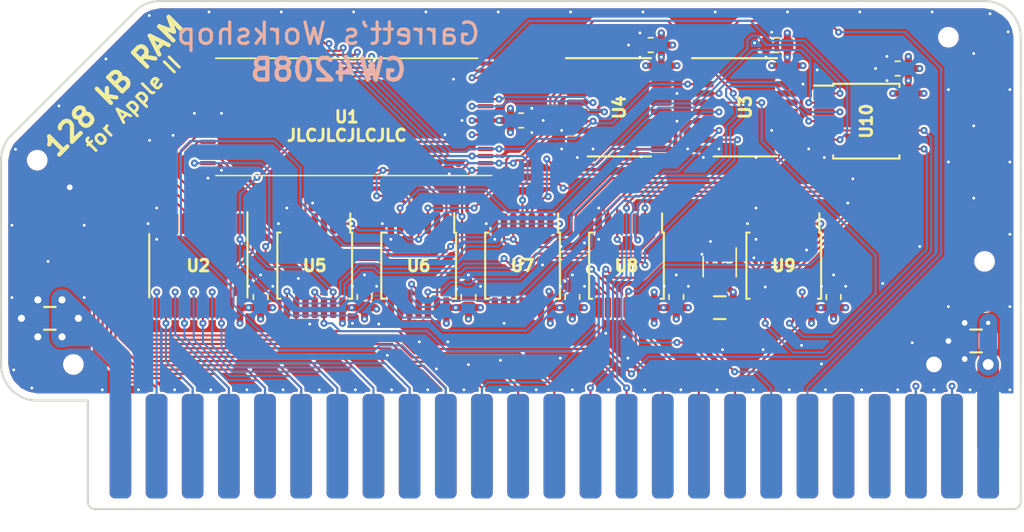
<source format=kicad_pcb>
(kicad_pcb (version 20171130) (host pcbnew "(5.1.5-0-10_14)")
  (layers (0 F.Cu signal) (1 In1.Cu power) (2 In2.Cu signal) (31 B.Cu power) (34 B.Paste user) (35 F.Paste user) (36 B.SilkS user) (37 F.SilkS user) (38 B.Mask user) (39 F.Mask user) (44 Edge.Cuts user))
  (net 0 "")
  (net 1 +5V)
  (net 2 GND)
  (net 3 /A4)
  (net 4 /D7)
  (net 5 /D6)
  (net 6 /A8)
  (net 7 /A7)
  (net 8 /A6)
  (net 9 /A5)
  (net 10 /A3)
  (net 11 /A2)
  (net 12 /A1)
  (net 13 /A0)
  (net 14 /A9)
  (net 15 /D1)
  (net 16 /D5)
  (net 17 /D0)
  (net 18 /D2)
  (net 19 /D3)
  (net 20 /D4)
  (net 21 /A10)
  (net 22 +12V)
  (net 23 -12V)
  (net 24 -5V)
  (net 25 /~IOSEL~)
  (net 26 /A11)
  (net 27 /A12)
  (net 28 /A13)
  (net 29 /A14)
  (net 30 /A15)
  (net 31 /~IOSTRB~)
  (net 32 /RDY)
  (net 33 /DMA)
  (net 34 /~NMI~)
  (net 35 /~IRQ~)
  (net 36 /~RES~)
  (net 37 /~INH~)
  (net 38 /COLORREF)
  (net 39 /7M)
  (net 40 /Q3)
  (net 41 /PHI1)
  (net 42 /USER1)
  (net 43 /PHI0)
  (net 44 /~DEVSEL~)
  (net 45 /INTin)
  (net 46 /DMAin)
  (net 47 /VIDSYNC)
  (net 48 /R~CS~)
  (net 49 /RA15)
  (net 50 /RA16)
  (net 51 /RA14)
  (net 52 /RA12)
  (net 53 /RD7)
  (net 54 /RD6)
  (net 55 /RD5)
  (net 56 /RD4)
  (net 57 /RD3)
  (net 58 /RD2)
  (net 59 /RD1)
  (net 60 /RD0)
  (net 61 /BankAB)
  (net 62 /ENWR1)
  (net 63 /ENRD)
  (net 64 /ENWR)
  (net 65 "Net-(U1-Pad9)")
  (net 66 /ENWR1A0)
  (net 67 "Net-(U3-Pad12)")
  (net 68 /~A0XOR1~)
  (net 69 "Net-(U5-Pad2)")
  (net 70 "Net-(U5-Pad4)")
  (net 71 "Net-(U5-Pad6)")
  (net 72 "Net-(U5-Pad8)")
  (net 73 /RCS)
  (net 74 "Net-(U5-Pad12)")
  (net 75 "Net-(U10-Pad1)")
  (net 76 "Net-(U10-Pad2)")
  (net 77 "Net-(U10-Pad4)")
  (net 78 "Net-(U10-Pad5)")
  (net 79 "Net-(U10-Pad10)")
  (net 80 "Net-(U8-Pad11)")
  (net 81 "Net-(U10-Pad9)")
  (net 82 "Net-(U9-Pad10)")
  (net 83 "Net-(U10-Pad8)")
  (net 84 /INHOE)
  (net 85 "Net-(U10-Pad11)")
  (net 86 "Net-(U3-Pad15)")
  (net 87 "Net-(U4-Pad15)")
  (net 88 "Net-(U3-Pad16)")
  (net 89 "Net-(U4-Pad16)")
  (net 90 "Net-(U4-Pad12)")
  (net 91 "Net-(U4-Pad9)")
  (net 92 "Net-(U3-Pad19)")
  (net 93 "Net-(U4-Pad19)")
  (net 94 "Net-(U7-Pad11)")
  (net 95 "Net-(U7-Pad8)")
  (net 96 "Net-(U6-Pad8)")
  (net 97 /~A2~clk)
  (net 98 /A2clk)
  (net 99 /R~W~)
  (module stdpads:C_0805 (layer F.Cu) (at 136.31 127.889 180)
    (fp_text reference C11)
    (fp_text value 10u)
    (pad 2 smd roundrect (at 0.85 0 180) (size 1.05 1.4) (layers F.Cu F.Paste F.Mask) (net 2 GND))
    (pad 1 smd roundrect (at -0.85 0 180) (size 1.05 1.4) (layers F.Cu F.Paste F.Mask) (net 1 +5V))
  )
  (module stdpads:C_0805 (layer F.Cu) (at 71.25 126.3 180)
    (fp_text reference C12)
    (fp_text value 10u)
    (pad 2 smd roundrect (at 0.85 0 180) (size 1.05 1.4) (layers F.Cu F.Paste F.Mask) (net 2 GND))
    (pad 1 smd roundrect (at -0.85 0 180) (size 1.05 1.4) (layers F.Cu F.Paste F.Mask) (net 22 +12V))
  )
  (module stdpads:R_0805 (layer F.Cu) (at 118.3 125.55 180)
    (fp_text reference R1)
    (fp_text value 3k3)
    (pad 2 smd roundrect (at 0.95 0 180) (size 0.85 1.4) (layers F.Cu F.Paste F.Mask) (net 37 /~INH~))
    (pad 1 smd roundrect (at -0.95 0 180) (size 0.85 1.4) (layers F.Cu F.Paste F.Mask) (net 1 +5V))
  )
  (module stdpads:PasteHole_1.152mm_NPTH (layer F.Cu) (at 136.906 122.301 270)
    (fp_text reference H5)
    (fp_text value " " hide)
    (pad "" np_thru_hole circle (at 0 0 270) (size 1.152 1.152) (drill 1.152) (layers *.Cu *.Mask))
  )
  (module stdpads:SOT-353 (layer F.Cu) (at 118.3 122.65 90)
    (fp_text reference U11)
    (fp_text value 74AHCT1G126GW)
    (pad 5 smd roundrect (at -0.85 0.65 270) (size 1 0.4) (layers F.Cu F.Paste F.Mask) (net 1 +5V))
    (pad 4 smd roundrect (at -0.85 -0.65 270) (size 1 0.4) (layers F.Cu F.Paste F.Mask) (net 37 /~INH~))
    (pad 2 smd roundrect (at 0.85 0 270) (size 1 0.4) (layers F.Cu F.Paste F.Mask) (net 2 GND))
    (pad 1 smd roundrect (at 0.85 0.65 270) (size 1 0.4) (layers F.Cu F.Paste F.Mask) (net 84 /INHOE))
    (pad 3 smd roundrect (at 0.85 -0.65 270) (size 1 0.4) (layers F.Cu F.Paste F.Mask) (net 2 GND))
  )
  (module stdpads:TSSOP-14_4.4x5mm_P0.65mm (layer F.Cu) (at 104.45 122.6 180)
    (fp_text reference U7)
    (fp_text value 74HCT32PW)
    (fp_text user %R (at 0 0 180) (layer F.SilkS) (effects (font (size 0.8128 0.8128) (thickness 0.2032))))
    (pad 14 smd roundrect (at -1.95 -2.95 270) (size 1.45 0.45) (layers F.Cu F.Paste F.Mask) (net 1 +5V))
    (pad 13 smd roundrect (at -1.3 -2.95 270) (size 1.45 0.45) (layers F.Cu F.Paste F.Mask) (net 2 GND))
    (pad 12 smd roundrect (at -0.65 -2.95 270) (size 1.45 0.45) (layers F.Cu F.Paste F.Mask) (net 2 GND))
    (pad 11 smd roundrect (at 0 -2.95 270) (size 1.45 0.45) (layers F.Cu F.Paste F.Mask) (net 94 "Net-(U7-Pad11)"))
    (pad 10 smd roundrect (at 0.65 -2.95 270) (size 1.45 0.45) (layers F.Cu F.Paste F.Mask) (net 2 GND))
    (pad 9 smd roundrect (at 1.3 -2.95 270) (size 1.45 0.45) (layers F.Cu F.Paste F.Mask) (net 2 GND))
    (pad 8 smd roundrect (at 1.95 -2.95 270) (size 1.45 0.45) (layers F.Cu F.Paste F.Mask) (net 95 "Net-(U7-Pad8)"))
    (pad 7 smd roundrect (at 1.95 2.95 270) (size 1.45 0.45) (layers F.Cu F.Paste F.Mask) (net 2 GND))
    (pad 6 smd roundrect (at 1.3 2.95 270) (size 1.45 0.45) (layers F.Cu F.Paste F.Mask) (net 97 /~A2~clk))
    (pad 5 smd roundrect (at 0.65 2.95 270) (size 1.45 0.45) (layers F.Cu F.Paste F.Mask) (net 44 /~DEVSEL~))
    (pad 4 smd roundrect (at 0 2.95 270) (size 1.45 0.45) (layers F.Cu F.Paste F.Mask) (net 11 /A2))
    (pad 3 smd roundrect (at -0.65 2.95 270) (size 1.45 0.45) (layers F.Cu F.Paste F.Mask) (net 98 /A2clk))
    (pad 2 smd roundrect (at -1.3 2.95 270) (size 1.45 0.45) (layers F.Cu F.Paste F.Mask) (net 44 /~DEVSEL~))
    (pad 1 smd roundrect (at -1.95 2.95 270) (size 1.45 0.45) (layers F.Cu F.Paste F.Mask) (net 71 "Net-(U5-Pad6)"))
  )
  (module stdpads:TSSOP-14_4.4x5mm_P0.65mm (layer F.Cu) (at 97.15 122.6 180)
    (fp_text reference U6)
    (fp_text value 74HCT08PW)
    (fp_text user %R (at 0 0 180) (layer F.SilkS) (effects (font (size 0.8128 0.8128) (thickness 0.2032))))
    (pad 1 smd roundrect (at -1.95 2.95 270) (size 1.45 0.45) (layers F.Cu F.Paste F.Mask) (net 69 "Net-(U5-Pad2)"))
    (pad 2 smd roundrect (at -1.3 2.95 270) (size 1.45 0.45) (layers F.Cu F.Paste F.Mask) (net 70 "Net-(U5-Pad4)"))
    (pad 3 smd roundrect (at -0.65 2.95 270) (size 1.45 0.45) (layers F.Cu F.Paste F.Mask) (net 75 "Net-(U10-Pad1)"))
    (pad 4 smd roundrect (at 0 2.95 270) (size 1.45 0.45) (layers F.Cu F.Paste F.Mask) (net 13 /A0))
    (pad 5 smd roundrect (at 0.65 2.95 270) (size 1.45 0.45) (layers F.Cu F.Paste F.Mask) (net 12 /A1))
    (pad 6 smd roundrect (at 1.3 2.95 270) (size 1.45 0.45) (layers F.Cu F.Paste F.Mask) (net 76 "Net-(U10-Pad2)"))
    (pad 7 smd roundrect (at 1.95 2.95 270) (size 1.45 0.45) (layers F.Cu F.Paste F.Mask) (net 2 GND))
    (pad 8 smd roundrect (at 1.95 -2.95 270) (size 1.45 0.45) (layers F.Cu F.Paste F.Mask) (net 96 "Net-(U6-Pad8)"))
    (pad 9 smd roundrect (at 1.3 -2.95 270) (size 1.45 0.45) (layers F.Cu F.Paste F.Mask) (net 2 GND))
    (pad 10 smd roundrect (at 0.65 -2.95 270) (size 1.45 0.45) (layers F.Cu F.Paste F.Mask) (net 2 GND))
    (pad 11 smd roundrect (at 0 -2.95 270) (size 1.45 0.45) (layers F.Cu F.Paste F.Mask) (net 66 /ENWR1A0))
    (pad 12 smd roundrect (at -0.65 -2.95 270) (size 1.45 0.45) (layers F.Cu F.Paste F.Mask) (net 62 /ENWR1))
    (pad 13 smd roundrect (at -1.3 -2.95 270) (size 1.45 0.45) (layers F.Cu F.Paste F.Mask) (net 13 /A0))
    (pad 14 smd roundrect (at -1.95 -2.95 270) (size 1.45 0.45) (layers F.Cu F.Paste F.Mask) (net 1 +5V))
  )
  (module stdpads:TSSOP-14_4.4x5mm_P0.65mm (layer F.Cu) (at 128.6 112.45 270)
    (fp_text reference U10)
    (fp_text value 74HCT32PW)
    (fp_text user %R (at 0 0 270) (layer F.SilkS) (effects (font (size 0.8128 0.8128) (thickness 0.2032))))
    (pad 14 smd roundrect (at -1.95 -2.95) (size 1.45 0.45) (layers F.Cu F.Paste F.Mask) (net 1 +5V))
    (pad 13 smd roundrect (at -1.3 -2.95) (size 1.45 0.45) (layers F.Cu F.Paste F.Mask) (net 27 /A12))
    (pad 12 smd roundrect (at -0.65 -2.95) (size 1.45 0.45) (layers F.Cu F.Paste F.Mask) (net 28 /A13))
    (pad 11 smd roundrect (at 0 -2.95) (size 1.45 0.45) (layers F.Cu F.Paste F.Mask) (net 85 "Net-(U10-Pad11)"))
    (pad 10 smd roundrect (at 0.65 -2.95) (size 1.45 0.45) (layers F.Cu F.Paste F.Mask) (net 79 "Net-(U10-Pad10)"))
    (pad 9 smd roundrect (at 1.3 -2.95) (size 1.45 0.45) (layers F.Cu F.Paste F.Mask) (net 81 "Net-(U10-Pad9)"))
    (pad 8 smd roundrect (at 1.95 -2.95) (size 1.45 0.45) (layers F.Cu F.Paste F.Mask) (net 83 "Net-(U10-Pad8)"))
    (pad 7 smd roundrect (at 1.95 2.95) (size 1.45 0.45) (layers F.Cu F.Paste F.Mask) (net 2 GND))
    (pad 6 smd roundrect (at 1.3 2.95) (size 1.45 0.45) (layers F.Cu F.Paste F.Mask) (net 52 /RA12))
    (pad 5 smd roundrect (at 0.65 2.95) (size 1.45 0.45) (layers F.Cu F.Paste F.Mask) (net 78 "Net-(U10-Pad5)"))
    (pad 4 smd roundrect (at 0 2.95) (size 1.45 0.45) (layers F.Cu F.Paste F.Mask) (net 77 "Net-(U10-Pad4)"))
    (pad 3 smd roundrect (at -0.65 2.95) (size 1.45 0.45) (layers F.Cu F.Paste F.Mask) (net 68 /~A0XOR1~))
    (pad 2 smd roundrect (at -1.3 2.95) (size 1.45 0.45) (layers F.Cu F.Paste F.Mask) (net 76 "Net-(U10-Pad2)"))
    (pad 1 smd roundrect (at -1.95 2.95) (size 1.45 0.45) (layers F.Cu F.Paste F.Mask) (net 75 "Net-(U10-Pad1)"))
  )
  (module stdpads:C_0603 (layer F.Cu) (at 107.95 124.8 90)
    (fp_text reference C7)
    (fp_text value 2u2)
    (pad 1 smd roundrect (at -0.75 0 90) (size 0.85 0.95) (layers F.Cu F.Paste F.Mask) (net 1 +5V))
    (pad 2 smd roundrect (at 0.75 0 90) (size 0.85 0.95) (layers F.Cu F.Paste F.Mask) (net 2 GND))
  )
  (module stdpads:TSOP-I-32_18.4x8mm_P0.5mm (layer F.Cu) (at 92.1 112.15 180)
    (fp_text reference U1)
    (fp_text value 621024)
    (fp_text user %R (at 0 0) (layer F.SilkS) (effects (font (size 0.8128 0.8128) (thickness 0.2032))))
    (pad 32 smd roundrect (at 9.75 -3.75 180) (size 1.1 0.3) (layers F.Cu F.Paste F.Mask) (net 2 GND))
    (pad 31 smd roundrect (at 9.75 -3.25 180) (size 1.1 0.3) (layers F.Cu F.Paste F.Mask) (net 28 /A13))
    (pad 30 smd roundrect (at 9.75 -2.75 180) (size 1.1 0.3) (layers F.Cu F.Paste F.Mask) (net 48 /R~CS~))
    (pad 29 smd roundrect (at 9.75 -2.25 180) (size 1.1 0.3) (layers F.Cu F.Paste F.Mask) (net 57 /RD3))
    (pad 28 smd roundrect (at 9.75 -1.75 180) (size 1.1 0.3) (layers F.Cu F.Paste F.Mask) (net 58 /RD2))
    (pad 27 smd roundrect (at 9.75 -1.25 180) (size 1.1 0.3) (layers F.Cu F.Paste F.Mask) (net 59 /RD1))
    (pad 26 smd roundrect (at 9.75 -0.75 180) (size 1.1 0.3) (layers F.Cu F.Paste F.Mask) (net 60 /RD0))
    (pad 25 smd roundrect (at 9.75 -0.25 180) (size 1.1 0.3) (layers F.Cu F.Paste F.Mask) (net 53 /RD7))
    (pad 24 smd roundrect (at 9.75 0.25 180) (size 1.1 0.3) (layers F.Cu F.Paste F.Mask) (net 2 GND))
    (pad 23 smd roundrect (at 9.75 0.75 180) (size 1.1 0.3) (layers F.Cu F.Paste F.Mask) (net 54 /RD6))
    (pad 22 smd roundrect (at 9.75 1.25 180) (size 1.1 0.3) (layers F.Cu F.Paste F.Mask) (net 55 /RD5))
    (pad 21 smd roundrect (at 9.75 1.75 180) (size 1.1 0.3) (layers F.Cu F.Paste F.Mask) (net 56 /RD4))
    (pad 20 smd roundrect (at 9.75 2.25 180) (size 1.1 0.3) (layers F.Cu F.Paste F.Mask) (net 26 /A11))
    (pad 19 smd roundrect (at 9.75 2.75 180) (size 1.1 0.3) (layers F.Cu F.Paste F.Mask) (net 21 /A10))
    (pad 18 smd roundrect (at 9.75 3.25 180) (size 1.1 0.3) (layers F.Cu F.Paste F.Mask) (net 14 /A9))
    (pad 16 smd roundrect (at -9.75 3.75 180) (size 1.1 0.3) (layers F.Cu F.Paste F.Mask) (net 3 /A4))
    (pad 15 smd roundrect (at -9.75 3.25 180) (size 1.1 0.3) (layers F.Cu F.Paste F.Mask) (net 9 /A5))
    (pad 14 smd roundrect (at -9.75 2.75 180) (size 1.1 0.3) (layers F.Cu F.Paste F.Mask) (net 52 /RA12))
    (pad 13 smd roundrect (at -9.75 2.25 180) (size 1.1 0.3) (layers F.Cu F.Paste F.Mask) (net 8 /A6))
    (pad 12 smd roundrect (at -9.75 1.75 180) (size 1.1 0.3) (layers F.Cu F.Paste F.Mask) (net 51 /RA14))
    (pad 11 smd roundrect (at -9.75 1.25 180) (size 1.1 0.3) (layers F.Cu F.Paste F.Mask) (net 49 /RA15))
    (pad 10 smd roundrect (at -9.75 0.75 180) (size 1.1 0.3) (layers F.Cu F.Paste F.Mask) (net 50 /RA16))
    (pad 9 smd roundrect (at -9.75 0.25 180) (size 1.1 0.3) (layers F.Cu F.Paste F.Mask) (net 65 "Net-(U1-Pad9)"))
    (pad 8 smd roundrect (at -9.75 -0.25 180) (size 1.1 0.3) (layers F.Cu F.Paste F.Mask) (net 1 +5V))
    (pad 7 smd roundrect (at -9.75 -0.75 180) (size 1.1 0.3) (layers F.Cu F.Paste F.Mask) (net 7 /A7))
    (pad 6 smd roundrect (at -9.75 -1.25 180) (size 1.1 0.3) (layers F.Cu F.Paste F.Mask) (net 1 +5V))
    (pad 5 smd roundrect (at -9.75 -1.75 180) (size 1.1 0.3) (layers F.Cu F.Paste F.Mask) (net 99 /R~W~))
    (pad 4 smd roundrect (at -9.75 -2.25 180) (size 1.1 0.3) (layers F.Cu F.Paste F.Mask) (net 10 /A3))
    (pad 3 smd roundrect (at -9.75 -2.75 180) (size 1.1 0.3) (layers F.Cu F.Paste F.Mask) (net 11 /A2))
    (pad 2 smd roundrect (at -9.75 -3.25 180) (size 1.1 0.3) (layers F.Cu F.Paste F.Mask) (net 12 /A1))
    (pad 17 smd roundrect (at 9.75 3.75 180) (size 1.1 0.3) (layers F.Cu F.Paste F.Mask) (net 6 /A8))
    (pad 1 smd roundrect (at -9.75 -3.75 180) (size 1.1 0.3) (layers F.Cu F.Paste F.Mask) (net 13 /A0))
  )
  (module stdpads:C_0603 (layer F.Cu) (at 86.05 124.8 90)
    (fp_text reference C2)
    (fp_text value 2u2)
    (pad 2 smd roundrect (at 0.75 0 90) (size 0.85 0.95) (layers F.Cu F.Paste F.Mask) (net 2 GND))
    (pad 1 smd roundrect (at -0.75 0 90) (size 0.85 0.95) (layers F.Cu F.Paste F.Mask) (net 1 +5V))
  )
  (module stdpads:C_0603 (layer F.Cu) (at 126.3 124.8 90)
    (fp_text reference C9)
    (fp_text value 2u2)
    (pad 1 smd roundrect (at -0.75 0 90) (size 0.85 0.95) (layers F.Cu F.Paste F.Mask) (net 1 +5V))
    (pad 2 smd roundrect (at 0.75 0 90) (size 0.85 0.95) (layers F.Cu F.Paste F.Mask) (net 2 GND))
  )
  (module stdpads:C_0603 (layer F.Cu) (at 115.25 124.8 90)
    (fp_text reference C8)
    (fp_text value 2u2)
    (pad 2 smd roundrect (at 0.75 0 90) (size 0.85 0.95) (layers F.Cu F.Paste F.Mask) (net 2 GND))
    (pad 1 smd roundrect (at -0.75 0 90) (size 0.85 0.95) (layers F.Cu F.Paste F.Mask) (net 1 +5V))
  )
  (module stdpads:C_0603 (layer F.Cu) (at 93.35 124.8 90)
    (fp_text reference C5)
    (fp_text value 2u2)
    (pad 1 smd roundrect (at -0.75 0 90) (size 0.85 0.95) (layers F.Cu F.Paste F.Mask) (net 1 +5V))
    (pad 2 smd roundrect (at 0.75 0 90) (size 0.85 0.95) (layers F.Cu F.Paste F.Mask) (net 2 GND))
  )
  (module stdpads:AppleIIBus_Edge (layer F.Cu) (at 106.68 135.382)
    (fp_text reference J1 hide)
    (fp_text value AppleIIBus)
    (pad 26 smd roundrect (at 30.48 -0.1 180) (size 1.524 7.34) (layers B.Cu B.Mask) (net 2 GND))
    (pad 27 smd roundrect (at 27.94 -0.1 180) (size 1.524 7.34) (layers B.Cu B.Mask) (net 46 /DMAin))
    (pad 28 smd roundrect (at 25.4 -0.1 180) (size 1.524 7.34) (layers B.Cu B.Mask) (net 45 /INTin))
    (pad 50 smd roundrect (at -30.48 -0.1 180) (size 1.524 7.34) (layers B.Cu B.Mask) (net 22 +12V))
    (pad 49 smd roundrect (at -27.94 -0.1 180) (size 1.524 7.34) (layers B.Cu B.Mask) (net 17 /D0))
    (pad 48 smd roundrect (at -25.4 -0.1 180) (size 1.524 7.34) (layers B.Cu B.Mask) (net 15 /D1))
    (pad 47 smd roundrect (at -22.86 -0.1 180) (size 1.524 7.34) (layers B.Cu B.Mask) (net 18 /D2))
    (pad 46 smd roundrect (at -20.32 -0.1 180) (size 1.524 7.34) (layers B.Cu B.Mask) (net 19 /D3))
    (pad 45 smd roundrect (at -17.78 -0.1 180) (size 1.524 7.34) (layers B.Cu B.Mask) (net 20 /D4))
    (pad 44 smd roundrect (at -15.24 -0.1 180) (size 1.524 7.34) (layers B.Cu B.Mask) (net 16 /D5))
    (pad 43 smd roundrect (at -12.7 -0.1 180) (size 1.524 7.34) (layers B.Cu B.Mask) (net 5 /D6))
    (pad 42 smd roundrect (at -10.16 -0.1 180) (size 1.524 7.34) (layers B.Cu B.Mask) (net 4 /D7))
    (pad 41 smd roundrect (at -7.62 -0.1 180) (size 1.524 7.34) (layers B.Cu B.Mask) (net 44 /~DEVSEL~))
    (pad 40 smd roundrect (at -5.08 -0.1 180) (size 1.524 7.34) (layers B.Cu B.Mask) (net 43 /PHI0))
    (pad 39 smd roundrect (at -2.54 -0.1 180) (size 1.524 7.34) (layers B.Cu B.Mask) (net 42 /USER1))
    (pad 38 smd roundrect (at 0 -0.1 180) (size 1.524 7.34) (layers B.Cu B.Mask) (net 41 /PHI1))
    (pad 37 smd roundrect (at 2.54 -0.1 180) (size 1.524 7.34) (layers B.Cu B.Mask) (net 40 /Q3))
    (pad 36 smd roundrect (at 5.08 -0.1 180) (size 1.524 7.34) (layers B.Cu B.Mask) (net 39 /7M))
    (pad 35 smd roundrect (at 7.62 -0.1 180) (size 1.524 7.34) (layers B.Cu B.Mask) (net 38 /COLORREF))
    (pad 34 smd roundrect (at 10.16 -0.1 180) (size 1.524 7.34) (layers B.Cu B.Mask) (net 24 -5V))
    (pad 33 smd roundrect (at 12.7 -0.1 180) (size 1.524 7.34) (layers B.Cu B.Mask) (net 23 -12V))
    (pad 32 smd roundrect (at 15.24 -0.1 180) (size 1.524 7.34) (layers B.Cu B.Mask) (net 37 /~INH~))
    (pad 31 smd roundrect (at 17.78 -0.1 180) (size 1.524 7.34) (layers B.Cu B.Mask) (net 36 /~RES~))
    (pad 30 smd roundrect (at 20.32 -0.1 180) (size 1.524 7.34) (layers B.Cu B.Mask) (net 35 /~IRQ~))
    (pad 29 smd roundrect (at 22.86 -0.1 180) (size 1.524 7.34) (layers B.Cu B.Mask) (net 34 /~NMI~))
    (pad 25 smd roundrect (at 30.48 -0.1 180) (size 1.524 7.34) (layers F.Cu F.Mask) (net 1 +5V))
    (pad 24 smd roundrect (at 27.94 -0.1 180) (size 1.524 7.34) (layers F.Cu F.Mask) (net 46 /DMAin))
    (pad 23 smd roundrect (at 25.4 -0.1 180) (size 1.524 7.34) (layers F.Cu F.Mask) (net 45 /INTin))
    (pad 22 smd roundrect (at 22.86 -0.1 180) (size 1.524 7.34) (layers F.Cu F.Mask) (net 33 /DMA))
    (pad 21 smd roundrect (at 20.32 -0.1 180) (size 1.524 7.34) (layers F.Cu F.Mask) (net 32 /RDY))
    (pad 20 smd roundrect (at 17.78 -0.1 180) (size 1.524 7.34) (layers F.Cu F.Mask) (net 31 /~IOSTRB~))
    (pad 19 smd roundrect (at 15.24 -0.1 180) (size 1.524 7.34) (layers F.Cu F.Mask) (net 47 /VIDSYNC))
    (pad 18 smd roundrect (at 12.7 -0.1 180) (size 1.524 7.34) (layers F.Cu F.Mask) (net 99 /R~W~))
    (pad 17 smd roundrect (at 10.16 -0.1 180) (size 1.524 7.34) (layers F.Cu F.Mask) (net 30 /A15))
    (pad 16 smd roundrect (at 7.62 -0.1 180) (size 1.524 7.34) (layers F.Cu F.Mask) (net 29 /A14))
    (pad 15 smd roundrect (at 5.08 -0.1 180) (size 1.524 7.34) (layers F.Cu F.Mask) (net 28 /A13))
    (pad 14 smd roundrect (at 2.54 -0.1 180) (size 1.524 7.34) (layers F.Cu F.Mask) (net 27 /A12))
    (pad 13 smd roundrect (at 0 -0.1 180) (size 1.524 7.34) (layers F.Cu F.Mask) (net 26 /A11))
    (pad 12 smd roundrect (at -2.54 -0.1 180) (size 1.524 7.34) (layers F.Cu F.Mask) (net 21 /A10))
    (pad 11 smd roundrect (at -5.08 -0.1 180) (size 1.524 7.34) (layers F.Cu F.Mask) (net 14 /A9))
    (pad 10 smd roundrect (at -7.62 -0.1 180) (size 1.524 7.34) (layers F.Cu F.Mask) (net 6 /A8))
    (pad 9 smd roundrect (at -10.16 -0.1 180) (size 1.524 7.34) (layers F.Cu F.Mask) (net 7 /A7))
    (pad 8 smd roundrect (at -12.7 -0.1 180) (size 1.524 7.34) (layers F.Cu F.Mask) (net 8 /A6))
    (pad 7 smd roundrect (at -15.24 -0.1 180) (size 1.524 7.34) (layers F.Cu F.Mask) (net 9 /A5))
    (pad 6 smd roundrect (at -17.78 -0.1 180) (size 1.524 7.34) (layers F.Cu F.Mask) (net 3 /A4))
    (pad 5 smd roundrect (at -20.32 -0.1 180) (size 1.524 7.34) (layers F.Cu F.Mask) (net 10 /A3))
    (pad 4 smd roundrect (at -22.86 -0.1 180) (size 1.524 7.34) (layers F.Cu F.Mask) (net 11 /A2))
    (pad 3 smd roundrect (at -25.4 -0.1 180) (size 1.524 7.34) (layers F.Cu F.Mask) (net 12 /A1))
    (pad 2 smd roundrect (at -27.94 -0.1 180) (size 1.524 7.34) (layers F.Cu F.Mask) (net 13 /A0))
    (pad 1 smd roundrect (at -30.48 -0.1 180) (size 1.524 7.34) (layers F.Cu F.Mask) (net 25 /~IOSEL~))
  )
  (module stdpads:Fiducial (layer F.Cu) (at 70.358 117.729 90)
    (fp_text reference FID2 hide)
    (fp_text value Fiducial hide)
    (pad ~ smd circle (at 0 0 90) (size 1 1) (layers F.Cu F.Mask) (clearance 0.575))
  )
  (module stdpads:Fiducial (layer F.Cu) (at 136.906 106.553 270)
    (fp_text reference FID3 hide)
    (fp_text value Fiducial hide)
    (pad ~ smd circle (at 0 0 270) (size 1 1) (layers F.Cu F.Mask) (clearance 0.575))
  )
  (module stdpads:Fiducial (layer F.Cu) (at 70.358 129.54)
    (fp_text reference FID1 hide)
    (fp_text value Fiducial hide)
    (pad ~ smd circle (at 0 0) (size 1 1) (layers F.Cu F.Mask) (clearance 0.575))
  )
  (module stdpads:Fiducial (layer F.Cu) (at 136.906 124.841)
    (fp_text reference FID4 hide)
    (fp_text value Fiducial hide)
    (pad ~ smd circle (at 0 0) (size 1 1) (layers F.Cu F.Mask) (clearance 0.575))
  )
  (module stdpads:TSSOP-20_4.4x6.5mm_P0.65mm (layer F.Cu) (at 81.675 122.6 180)
    (fp_text reference U2)
    (fp_text value 74HCT245PW)
    (fp_text user %R (at 0 0) (layer F.SilkS) (effects (font (size 0.8128 0.8128) (thickness 0.2032))))
    (pad 1 smd roundrect (at -2.925 2.95 270) (size 1.45 0.45) (layers F.Cu F.Paste F.Mask) (net 99 /R~W~))
    (pad 2 smd roundrect (at -2.275 2.95 270) (size 1.45 0.45) (layers F.Cu F.Paste F.Mask) (net 57 /RD3))
    (pad 3 smd roundrect (at -1.625 2.95 270) (size 1.45 0.45) (layers F.Cu F.Paste F.Mask) (net 58 /RD2))
    (pad 4 smd roundrect (at -0.975 2.95 270) (size 1.45 0.45) (layers F.Cu F.Paste F.Mask) (net 59 /RD1))
    (pad 5 smd roundrect (at -0.325 2.95 270) (size 1.45 0.45) (layers F.Cu F.Paste F.Mask) (net 60 /RD0))
    (pad 6 smd roundrect (at 0.325 2.95 270) (size 1.45 0.45) (layers F.Cu F.Paste F.Mask) (net 53 /RD7))
    (pad 7 smd roundrect (at 0.975 2.95 270) (size 1.45 0.45) (layers F.Cu F.Paste F.Mask) (net 54 /RD6))
    (pad 8 smd roundrect (at 1.625 2.95 270) (size 1.45 0.45) (layers F.Cu F.Paste F.Mask) (net 55 /RD5))
    (pad 9 smd roundrect (at 2.275 2.95 270) (size 1.45 0.45) (layers F.Cu F.Paste F.Mask) (net 56 /RD4))
    (pad 10 smd roundrect (at 2.925 2.95 270) (size 1.45 0.45) (layers F.Cu F.Paste F.Mask) (net 2 GND))
    (pad 11 smd roundrect (at 2.925 -2.95 270) (size 1.45 0.45) (layers F.Cu F.Paste F.Mask) (net 17 /D0))
    (pad 12 smd roundrect (at 2.275 -2.95 270) (size 1.45 0.45) (layers F.Cu F.Paste F.Mask) (net 15 /D1))
    (pad 13 smd roundrect (at 1.625 -2.95 270) (size 1.45 0.45) (layers F.Cu F.Paste F.Mask) (net 18 /D2))
    (pad 14 smd roundrect (at 0.975 -2.95 270) (size 1.45 0.45) (layers F.Cu F.Paste F.Mask) (net 19 /D3))
    (pad 15 smd roundrect (at 0.325 -2.95 270) (size 1.45 0.45) (layers F.Cu F.Paste F.Mask) (net 20 /D4))
    (pad 16 smd roundrect (at -0.325 -2.95 270) (size 1.45 0.45) (layers F.Cu F.Paste F.Mask) (net 16 /D5))
    (pad 17 smd roundrect (at -0.975 -2.95 270) (size 1.45 0.45) (layers F.Cu F.Paste F.Mask) (net 5 /D6))
    (pad 18 smd roundrect (at -1.625 -2.95 270) (size 1.45 0.45) (layers F.Cu F.Paste F.Mask) (net 4 /D7))
    (pad 19 smd roundrect (at -2.275 -2.95 270) (size 1.45 0.45) (layers F.Cu F.Paste F.Mask) (net 48 /R~CS~))
    (pad 20 smd roundrect (at -2.925 -2.95 270) (size 1.45 0.45) (layers F.Cu F.Paste F.Mask) (net 1 +5V))
  )
  (module stdpads:TSSOP-14_4.4x5mm_P0.65mm (layer F.Cu) (at 122.8 122.6 180)
    (fp_text reference U9)
    (fp_text value 74HCT08PW)
    (fp_text user %R (at 0 0 180) (layer F.SilkS) (effects (font (size 0.8128 0.8128) (thickness 0.2032))))
    (pad 1 smd roundrect (at -1.95 2.95 270) (size 1.45 0.45) (layers F.Cu F.Paste F.Mask) (net 80 "Net-(U8-Pad11)"))
    (pad 2 smd roundrect (at -1.3 2.95 270) (size 1.45 0.45) (layers F.Cu F.Paste F.Mask) (net 85 "Net-(U10-Pad11)"))
    (pad 3 smd roundrect (at -0.65 2.95 270) (size 1.45 0.45) (layers F.Cu F.Paste F.Mask) (net 82 "Net-(U9-Pad10)"))
    (pad 4 smd roundrect (at 0 2.95 270) (size 1.45 0.45) (layers F.Cu F.Paste F.Mask) (net 84 /INHOE))
    (pad 5 smd roundrect (at 0.65 2.95 270) (size 1.45 0.45) (layers F.Cu F.Paste F.Mask) (net 43 /PHI0))
    (pad 6 smd roundrect (at 1.3 2.95 270) (size 1.45 0.45) (layers F.Cu F.Paste F.Mask) (net 73 /RCS))
    (pad 7 smd roundrect (at 1.95 2.95 270) (size 1.45 0.45) (layers F.Cu F.Paste F.Mask) (net 2 GND))
    (pad 8 smd roundrect (at 1.95 -2.95 270) (size 1.45 0.45) (layers F.Cu F.Paste F.Mask) (net 84 /INHOE))
    (pad 9 smd roundrect (at 1.3 -2.95 270) (size 1.45 0.45) (layers F.Cu F.Paste F.Mask) (net 83 "Net-(U10-Pad8)"))
    (pad 10 smd roundrect (at 0.65 -2.95 270) (size 1.45 0.45) (layers F.Cu F.Paste F.Mask) (net 82 "Net-(U9-Pad10)"))
    (pad 11 smd roundrect (at 0 -2.95 270) (size 1.45 0.45) (layers F.Cu F.Paste F.Mask) (net 81 "Net-(U10-Pad9)"))
    (pad 12 smd roundrect (at -0.65 -2.95 270) (size 1.45 0.45) (layers F.Cu F.Paste F.Mask) (net 63 /ENRD))
    (pad 13 smd roundrect (at -1.3 -2.95 270) (size 1.45 0.45) (layers F.Cu F.Paste F.Mask) (net 99 /R~W~))
    (pad 14 smd roundrect (at -1.95 -2.95 270) (size 1.45 0.45) (layers F.Cu F.Paste F.Mask) (net 1 +5V))
  )
  (module stdpads:TSSOP-14_4.4x5mm_P0.65mm (layer F.Cu) (at 111.75 122.6 180)
    (fp_text reference U8)
    (fp_text value 74HCT08PW)
    (fp_text user %R (at 0 0 180) (layer F.SilkS) (effects (font (size 0.8128 0.8128) (thickness 0.2032))))
    (pad 1 smd roundrect (at -1.95 2.95 270) (size 1.45 0.45) (layers F.Cu F.Paste F.Mask) (net 72 "Net-(U5-Pad8)"))
    (pad 2 smd roundrect (at -1.3 2.95 270) (size 1.45 0.45) (layers F.Cu F.Paste F.Mask) (net 61 /BankAB))
    (pad 3 smd roundrect (at -0.65 2.95 270) (size 1.45 0.45) (layers F.Cu F.Paste F.Mask) (net 77 "Net-(U10-Pad4)"))
    (pad 4 smd roundrect (at 0 2.95 270) (size 1.45 0.45) (layers F.Cu F.Paste F.Mask) (net 28 /A13))
    (pad 5 smd roundrect (at 0.65 2.95 270) (size 1.45 0.45) (layers F.Cu F.Paste F.Mask) (net 27 /A12))
    (pad 6 smd roundrect (at 1.3 2.95 270) (size 1.45 0.45) (layers F.Cu F.Paste F.Mask) (net 78 "Net-(U10-Pad5)"))
    (pad 7 smd roundrect (at 1.95 2.95 270) (size 1.45 0.45) (layers F.Cu F.Paste F.Mask) (net 2 GND))
    (pad 8 smd roundrect (at 1.95 -2.95 270) (size 1.45 0.45) (layers F.Cu F.Paste F.Mask) (net 79 "Net-(U10-Pad10)"))
    (pad 9 smd roundrect (at 1.3 -2.95 270) (size 1.45 0.45) (layers F.Cu F.Paste F.Mask) (net 64 /ENWR))
    (pad 10 smd roundrect (at 0.65 -2.95 270) (size 1.45 0.45) (layers F.Cu F.Paste F.Mask) (net 74 "Net-(U5-Pad12)"))
    (pad 11 smd roundrect (at 0 -2.95 270) (size 1.45 0.45) (layers F.Cu F.Paste F.Mask) (net 80 "Net-(U8-Pad11)"))
    (pad 12 smd roundrect (at -0.65 -2.95 270) (size 1.45 0.45) (layers F.Cu F.Paste F.Mask) (net 29 /A14))
    (pad 13 smd roundrect (at -1.3 -2.95 270) (size 1.45 0.45) (layers F.Cu F.Paste F.Mask) (net 30 /A15))
    (pad 14 smd roundrect (at -1.95 -2.95 270) (size 1.45 0.45) (layers F.Cu F.Paste F.Mask) (net 1 +5V))
  )
  (module stdpads:TSSOP-14_4.4x5mm_P0.65mm (layer F.Cu) (at 89.85 122.6 180)
    (fp_text reference U5)
    (fp_text value 74HCT04PW)
    (fp_text user %R (at 0 0 180) (layer F.SilkS) (effects (font (size 0.8128 0.8128) (thickness 0.2032))))
    (pad 14 smd roundrect (at -1.95 -2.95 270) (size 1.45 0.45) (layers F.Cu F.Paste F.Mask) (net 1 +5V))
    (pad 13 smd roundrect (at -1.3 -2.95 270) (size 1.45 0.45) (layers F.Cu F.Paste F.Mask) (net 99 /R~W~))
    (pad 12 smd roundrect (at -0.65 -2.95 270) (size 1.45 0.45) (layers F.Cu F.Paste F.Mask) (net 74 "Net-(U5-Pad12)"))
    (pad 11 smd roundrect (at 0 -2.95 270) (size 1.45 0.45) (layers F.Cu F.Paste F.Mask) (net 73 /RCS))
    (pad 10 smd roundrect (at 0.65 -2.95 270) (size 1.45 0.45) (layers F.Cu F.Paste F.Mask) (net 48 /R~CS~))
    (pad 9 smd roundrect (at 1.3 -2.95 270) (size 1.45 0.45) (layers F.Cu F.Paste F.Mask) (net 28 /A13))
    (pad 8 smd roundrect (at 1.95 -2.95 270) (size 1.45 0.45) (layers F.Cu F.Paste F.Mask) (net 72 "Net-(U5-Pad8)"))
    (pad 7 smd roundrect (at 1.95 2.95 270) (size 1.45 0.45) (layers F.Cu F.Paste F.Mask) (net 2 GND))
    (pad 6 smd roundrect (at 1.3 2.95 270) (size 1.45 0.45) (layers F.Cu F.Paste F.Mask) (net 71 "Net-(U5-Pad6)"))
    (pad 5 smd roundrect (at 0.65 2.95 270) (size 1.45 0.45) (layers F.Cu F.Paste F.Mask) (net 11 /A2))
    (pad 4 smd roundrect (at 0 2.95 270) (size 1.45 0.45) (layers F.Cu F.Paste F.Mask) (net 70 "Net-(U5-Pad4)"))
    (pad 3 smd roundrect (at -0.65 2.95 270) (size 1.45 0.45) (layers F.Cu F.Paste F.Mask) (net 12 /A1))
    (pad 2 smd roundrect (at -1.3 2.95 270) (size 1.45 0.45) (layers F.Cu F.Paste F.Mask) (net 69 "Net-(U5-Pad2)"))
    (pad 1 smd roundrect (at -1.95 2.95 270) (size 1.45 0.45) (layers F.Cu F.Paste F.Mask) (net 13 /A0))
  )
  (module stdpads:C_0603 (layer F.Cu) (at 100.65 124.8 90)
    (fp_text reference C6)
    (fp_text value 2u2)
    (pad 2 smd roundrect (at 0.75 0 90) (size 0.85 0.95) (layers F.Cu F.Paste F.Mask) (net 2 GND))
    (pad 1 smd roundrect (at -0.75 0 90) (size 0.85 0.95) (layers F.Cu F.Paste F.Mask) (net 1 +5V))
  )
  (module stdpads:C_0603 (layer F.Cu) (at 130.8 108.75 180)
    (fp_text reference C10)
    (fp_text value 2u2)
    (pad 2 smd roundrect (at 0.75 0 180) (size 0.85 0.95) (layers F.Cu F.Paste F.Mask) (net 2 GND))
    (pad 1 smd roundrect (at -0.75 0 180) (size 0.85 0.95) (layers F.Cu F.Paste F.Mask) (net 1 +5V))
  )
  (module stdpads:C_0603 (layer F.Cu) (at 104.35 112.4)
    (fp_text reference C1)
    (fp_text value 2u2)
    (pad 1 smd roundrect (at -0.75 0) (size 0.85 0.95) (layers F.Cu F.Paste F.Mask) (net 1 +5V))
    (pad 2 smd roundrect (at 0.75 0) (size 0.85 0.95) (layers F.Cu F.Paste F.Mask) (net 2 GND))
  )
  (module stdpads:C_0603 (layer F.Cu) (at 113.45 107.1 180)
    (fp_text reference C4)
    (fp_text value 2u2)
    (pad 2 smd roundrect (at 0.75 0 180) (size 0.85 0.95) (layers F.Cu F.Paste F.Mask) (net 2 GND))
    (pad 1 smd roundrect (at -0.75 0 180) (size 0.85 0.95) (layers F.Cu F.Paste F.Mask) (net 1 +5V))
  )
  (module stdpads:C_0603 (layer F.Cu) (at 122.3 107.1 180)
    (fp_text reference C3)
    (fp_text value 2u2)
    (pad 2 smd roundrect (at 0.75 0 180) (size 0.85 0.95) (layers F.Cu F.Paste F.Mask) (net 2 GND))
    (pad 1 smd roundrect (at -0.75 0 180) (size 0.85 0.95) (layers F.Cu F.Paste F.Mask) (net 1 +5V))
  )
  (module stdpads:TSSOP-20_4.4x6.5mm_P0.65mm (layer F.Cu) (at 120.1 111.475 270)
    (fp_text reference U3)
    (fp_text value 74HCT273PW)
    (fp_text user %R (at 0 0 90) (layer F.SilkS) (effects (font (size 0.8128 0.8128) (thickness 0.2032))))
    (pad 20 smd roundrect (at -2.925 -2.95) (size 1.45 0.45) (layers F.Cu F.Paste F.Mask) (net 1 +5V))
    (pad 19 smd roundrect (at -2.275 -2.95) (size 1.45 0.45) (layers F.Cu F.Paste F.Mask) (net 92 "Net-(U3-Pad19)"))
    (pad 18 smd roundrect (at -1.625 -2.95) (size 1.45 0.45) (layers F.Cu F.Paste F.Mask) (net 2 GND))
    (pad 17 smd roundrect (at -0.975 -2.95) (size 1.45 0.45) (layers F.Cu F.Paste F.Mask) (net 2 GND))
    (pad 16 smd roundrect (at -0.325 -2.95) (size 1.45 0.45) (layers F.Cu F.Paste F.Mask) (net 88 "Net-(U3-Pad16)"))
    (pad 15 smd roundrect (at 0.325 -2.95) (size 1.45 0.45) (layers F.Cu F.Paste F.Mask) (net 86 "Net-(U3-Pad15)"))
    (pad 14 smd roundrect (at 0.975 -2.95) (size 1.45 0.45) (layers F.Cu F.Paste F.Mask) (net 2 GND))
    (pad 13 smd roundrect (at 1.625 -2.95) (size 1.45 0.45) (layers F.Cu F.Paste F.Mask) (net 2 GND))
    (pad 12 smd roundrect (at 2.275 -2.95) (size 1.45 0.45) (layers F.Cu F.Paste F.Mask) (net 67 "Net-(U3-Pad12)"))
    (pad 11 smd roundrect (at 2.925 -2.95) (size 1.45 0.45) (layers F.Cu F.Paste F.Mask) (net 97 /~A2~clk))
    (pad 10 smd roundrect (at 2.925 2.95) (size 1.45 0.45) (layers F.Cu F.Paste F.Mask) (net 2 GND))
    (pad 9 smd roundrect (at 2.275 2.95) (size 1.45 0.45) (layers F.Cu F.Paste F.Mask) (net 64 /ENWR))
    (pad 8 smd roundrect (at 1.625 2.95) (size 1.45 0.45) (layers F.Cu F.Paste F.Mask) (net 66 /ENWR1A0))
    (pad 7 smd roundrect (at 0.975 2.95) (size 1.45 0.45) (layers F.Cu F.Paste F.Mask) (net 13 /A0))
    (pad 6 smd roundrect (at 0.325 2.95) (size 1.45 0.45) (layers F.Cu F.Paste F.Mask) (net 62 /ENWR1))
    (pad 5 smd roundrect (at -0.325 2.95) (size 1.45 0.45) (layers F.Cu F.Paste F.Mask) (net 63 /ENRD))
    (pad 4 smd roundrect (at -0.975 2.95) (size 1.45 0.45) (layers F.Cu F.Paste F.Mask) (net 68 /~A0XOR1~))
    (pad 3 smd roundrect (at -1.625 2.95) (size 1.45 0.45) (layers F.Cu F.Paste F.Mask) (net 10 /A3))
    (pad 2 smd roundrect (at -2.275 2.95) (size 1.45 0.45) (layers F.Cu F.Paste F.Mask) (net 61 /BankAB))
    (pad 1 smd roundrect (at -2.925 2.95) (size 1.45 0.45) (layers F.Cu F.Paste F.Mask) (net 36 /~RES~))
  )
  (module stdpads:TSSOP-20_4.4x6.5mm_P0.65mm (layer F.Cu) (at 111.25 111.475 270)
    (fp_text reference U4)
    (fp_text value 74HCT273PW)
    (fp_text user %R (at 0 0 90) (layer F.SilkS) (effects (font (size 0.8128 0.8128) (thickness 0.2032))))
    (pad 1 smd roundrect (at -2.925 2.95) (size 1.45 0.45) (layers F.Cu F.Paste F.Mask) (net 36 /~RES~))
    (pad 2 smd roundrect (at -2.275 2.95) (size 1.45 0.45) (layers F.Cu F.Paste F.Mask) (net 51 /RA14))
    (pad 3 smd roundrect (at -1.625 2.95) (size 1.45 0.45) (layers F.Cu F.Paste F.Mask) (net 13 /A0))
    (pad 4 smd roundrect (at -0.975 2.95) (size 1.45 0.45) (layers F.Cu F.Paste F.Mask) (net 12 /A1))
    (pad 5 smd roundrect (at -0.325 2.95) (size 1.45 0.45) (layers F.Cu F.Paste F.Mask) (net 49 /RA15))
    (pad 6 smd roundrect (at 0.325 2.95) (size 1.45 0.45) (layers F.Cu F.Paste F.Mask) (net 50 /RA16))
    (pad 7 smd roundrect (at 0.975 2.95) (size 1.45 0.45) (layers F.Cu F.Paste F.Mask) (net 10 /A3))
    (pad 8 smd roundrect (at 1.625 2.95) (size 1.45 0.45) (layers F.Cu F.Paste F.Mask) (net 2 GND))
    (pad 9 smd roundrect (at 2.275 2.95) (size 1.45 0.45) (layers F.Cu F.Paste F.Mask) (net 91 "Net-(U4-Pad9)"))
    (pad 10 smd roundrect (at 2.925 2.95) (size 1.45 0.45) (layers F.Cu F.Paste F.Mask) (net 2 GND))
    (pad 11 smd roundrect (at 2.925 -2.95) (size 1.45 0.45) (layers F.Cu F.Paste F.Mask) (net 98 /A2clk))
    (pad 12 smd roundrect (at 2.275 -2.95) (size 1.45 0.45) (layers F.Cu F.Paste F.Mask) (net 90 "Net-(U4-Pad12)"))
    (pad 13 smd roundrect (at 1.625 -2.95) (size 1.45 0.45) (layers F.Cu F.Paste F.Mask) (net 2 GND))
    (pad 14 smd roundrect (at 0.975 -2.95) (size 1.45 0.45) (layers F.Cu F.Paste F.Mask) (net 2 GND))
    (pad 15 smd roundrect (at 0.325 -2.95) (size 1.45 0.45) (layers F.Cu F.Paste F.Mask) (net 87 "Net-(U4-Pad15)"))
    (pad 16 smd roundrect (at -0.325 -2.95) (size 1.45 0.45) (layers F.Cu F.Paste F.Mask) (net 89 "Net-(U4-Pad16)"))
    (pad 17 smd roundrect (at -0.975 -2.95) (size 1.45 0.45) (layers F.Cu F.Paste F.Mask) (net 2 GND))
    (pad 18 smd roundrect (at -1.625 -2.95) (size 1.45 0.45) (layers F.Cu F.Paste F.Mask) (net 2 GND))
    (pad 19 smd roundrect (at -2.275 -2.95) (size 1.45 0.45) (layers F.Cu F.Paste F.Mask) (net 93 "Net-(U4-Pad19)"))
    (pad 20 smd roundrect (at -2.925 -2.95) (size 1.45 0.45) (layers F.Cu F.Paste F.Mask) (net 1 +5V))
  )
  (module stdpads:PasteHole_1.152mm_NPTH (layer F.Cu) (at 70.358 115.189 90)
    (fp_text reference H2)
    (fp_text value " " hide)
    (pad "" np_thru_hole circle (at 0 0 90) (size 1.152 1.152) (drill 1.152) (layers *.Cu *.Mask))
  )
  (module stdpads:PasteHole_1.152mm_NPTH (layer F.Cu) (at 134.366 106.553 270)
    (fp_text reference H3)
    (fp_text value " " hide)
    (pad "" np_thru_hole circle (at 0 0 270) (size 1.152 1.152) (drill 1.152) (layers *.Cu *.Mask))
  )
  (module stdpads:PasteHole_1.152mm_NPTH (layer F.Cu) (at 72.898 129.54)
    (fp_text reference H1)
    (fp_text value " " hide)
    (pad "" np_thru_hole circle (at 0 0) (size 1.152 1.152) (drill 1.152) (layers *.Cu *.Mask))
  )
  (module stdpads:PasteHole_1.1mm_PTH (layer F.Cu) (at 133.35 129.54)
    (fp_text reference H4)
    (fp_text value " " hide)
    (pad 1 thru_hole circle (at 0 0) (size 2 2) (drill 1.1) (layers *.Cu *.Mask) (net 2 GND))
  )
  (gr_text "128 kB RAM" (at 75.819 109.982 45) (layer F.SilkS) (effects (font (size 1.4 1.4) (thickness 0.3))))
  (gr_text "for Apple II" (at 77.089 111.252 45) (layer F.SilkS) (effects (font (size 1.016 1.016) (thickness 0.2))))
  (gr_text JLCJLCJLCJLC (at 92.1 113.45) (layer F.SilkS) (effects (font (size 0.8128 0.8128) (thickness 0.2032))))
  (gr_text "Garrett’s Workshop" (at 90.805 106.299) (layer B.SilkS) (effects (font (size 1.5 1.5) (thickness 0.225)) (justify mirror)))
  (gr_line (start 139.446 106.553) (end 139.446 132.08) (layer Edge.Cuts) (width 0.15))
  (gr_line (start 68.326001 113.664999) (end 77.47 104.521) (layer Edge.Cuts) (width 0.15))
  (gr_line (start 67.818 115.189) (end 67.818 129.54) (layer Edge.Cuts) (width 0.15))
  (gr_arc (start 78.994 106.553) (end 78.994 104.013) (angle -36.86989765) (layer Edge.Cuts) (width 0.15))
  (gr_line (start 78.994 104.013) (end 136.906 104.013) (layer Edge.Cuts) (width 0.15))
  (gr_line (start 70.358 132.08) (end 73.914 132.08) (layer Edge.Cuts) (width 0.15))
  (gr_arc (start 70.358 115.189) (end 67.818 115.189) (angle 36.86992923) (layer Edge.Cuts) (width 0.15))
  (gr_arc (start 136.906 106.553) (end 139.446 106.553) (angle -90) (layer Edge.Cuts) (width 0.15))
  (gr_text GW (at 94.615 108.839) (layer B.SilkS) (effects (font (size 1.524 1.524) (thickness 0.3)) (justify mirror)))
  (gr_line (start 139.446 132.08) (end 139.446 139.192) (layer Edge.Cuts) (width 0.15))
  (gr_arc (start 70.358 129.54) (end 67.818 129.54) (angle -90) (layer Edge.Cuts) (width 0.15))
  (gr_text 4208B (at 89.027 108.839) (layer B.SilkS) (effects (font (size 1.524 1.524) (thickness 0.3)) (justify mirror)))
  (gr_line (start 73.914 132.08) (end 73.914 139.192) (layer Edge.Cuts) (width 0.15))
  (gr_arc (start 138.938 139.192) (end 138.938 139.7) (angle -90) (layer Edge.Cuts) (width 0.15))
  (gr_arc (start 74.422 139.192) (end 73.914 139.192) (angle -90) (layer Edge.Cuts) (width 0.15))
  (gr_line (start 138.938 139.7) (end 74.422 139.7) (layer Edge.Cuts) (width 0.15))
  (via (at 137.16 129.54) (size 1.524) (drill 0.762) (layers F.Cu B.Cu) (net 1))
  (segment (start 137.16 135.382) (end 137.16 129.54) (width 1.524) (layer F.Cu) (net 1))
  (via (at 137.16 126.619) (size 0.6) (drill 0.3) (layers F.Cu B.Cu) (net 1))
  (segment (start 137.16 127.889) (end 137.16 126.619) (width 0.762) (layer F.Cu) (net 1))
  (segment (start 137.16 127.889) (end 137.16 129.54) (width 0.762) (layer F.Cu) (net 1))
  (segment (start 137.16 129.54) (end 137.16 126.619) (width 1.27) (layer B.Cu) (net 1))
  (via (at 84.6 126.65) (size 0.5) (drill 0.2) (layers F.Cu B.Cu) (net 1))
  (segment (start 84.6 125.55) (end 84.6 126.65) (width 0.45) (layer F.Cu) (net 1))
  (via (at 85.2 125.55) (size 0.5) (drill 0.2) (layers F.Cu B.Cu) (net 1))
  (segment (start 84.6 125.55) (end 85.2 125.55) (width 0.45) (layer F.Cu) (net 1))
  (segment (start 85.2 125.55) (end 86.05 125.55) (width 0.5) (layer F.Cu) (net 1))
  (via (at 86.05 126.35) (size 0.5) (drill 0.2) (layers F.Cu B.Cu) (net 1))
  (segment (start 86.05 125.55) (end 86.05 126.35) (width 0.5) (layer F.Cu) (net 1))
  (via (at 86.9 125.55) (size 0.5) (drill 0.2) (layers F.Cu B.Cu) (net 1))
  (segment (start 86.05 125.55) (end 86.9 125.55) (width 0.5) (layer F.Cu) (net 1))
  (segment (start 91.8 125.55) (end 92.45 125.55) (width 0.45) (layer F.Cu) (net 1))
  (via (at 92.45 125.55) (size 0.5) (drill 0.2) (layers F.Cu B.Cu) (net 1))
  (segment (start 92.45 125.55) (end 93.35 125.55) (width 0.5) (layer F.Cu) (net 1))
  (via (at 93.35 126.35) (size 0.5) (drill 0.2) (layers F.Cu B.Cu) (net 1))
  (segment (start 93.35 125.55) (end 93.35 126.35) (width 0.5) (layer F.Cu) (net 1))
  (segment (start 99.1 125.55) (end 99.1 126.65) (width 0.45) (layer F.Cu) (net 1))
  (via (at 99.1 126.65) (size 0.5) (drill 0.2) (layers F.Cu B.Cu) (net 1))
  (via (at 101.5 125.55) (size 0.5) (drill 0.2) (layers F.Cu B.Cu) (net 1))
  (segment (start 100.65 125.55) (end 100.65 126.35) (width 0.5) (layer F.Cu) (net 1))
  (segment (start 99.75 125.55) (end 100.65 125.55) (width 0.5) (layer F.Cu) (net 1))
  (segment (start 100.65 125.55) (end 101.5 125.55) (width 0.5) (layer F.Cu) (net 1))
  (via (at 100.65 126.35) (size 0.5) (drill 0.2) (layers F.Cu B.Cu) (net 1))
  (via (at 99.75 125.55) (size 0.5) (drill 0.2) (layers F.Cu B.Cu) (net 1))
  (segment (start 99.1 125.55) (end 99.75 125.55) (width 0.45) (layer F.Cu) (net 1))
  (segment (start 107.05 125.55) (end 107.95 125.55) (width 0.5) (layer F.Cu) (net 1))
  (via (at 107.05 125.55) (size 0.5) (drill 0.2) (layers F.Cu B.Cu) (net 1))
  (via (at 108.8 125.55) (size 0.5) (drill 0.2) (layers F.Cu B.Cu) (net 1))
  (segment (start 106.4 125.55) (end 106.4 126.65) (width 0.45) (layer F.Cu) (net 1))
  (segment (start 106.4 125.55) (end 107.05 125.55) (width 0.45) (layer F.Cu) (net 1))
  (via (at 106.4 126.65) (size 0.5) (drill 0.2) (layers F.Cu B.Cu) (net 1))
  (segment (start 107.95 125.55) (end 108.8 125.55) (width 0.5) (layer F.Cu) (net 1))
  (via (at 107.95 126.35) (size 0.5) (drill 0.2) (layers F.Cu B.Cu) (net 1))
  (segment (start 107.95 125.55) (end 107.95 126.35) (width 0.5) (layer F.Cu) (net 1))
  (via (at 113.7 126.65) (size 0.5) (drill 0.2) (layers F.Cu B.Cu) (net 1))
  (segment (start 115.25 125.55) (end 116.1 125.55) (width 0.5) (layer F.Cu) (net 1))
  (via (at 116.1 125.55) (size 0.5) (drill 0.2) (layers F.Cu B.Cu) (net 1))
  (segment (start 113.7 125.55) (end 113.7 126.65) (width 0.45) (layer F.Cu) (net 1))
  (via (at 115.25 126.35) (size 0.5) (drill 0.2) (layers F.Cu B.Cu) (net 1))
  (segment (start 113.7 125.55) (end 114.35 125.55) (width 0.45) (layer F.Cu) (net 1))
  (via (at 114.35 125.55) (size 0.5) (drill 0.2) (layers F.Cu B.Cu) (net 1))
  (via (at 113.7 124.45) (size 0.5) (drill 0.2) (layers F.Cu B.Cu) (net 1))
  (segment (start 113.7 125.55) (end 113.7 124.45) (width 0.45) (layer F.Cu) (net 1))
  (segment (start 115.25 125.55) (end 115.25 126.35) (width 0.5) (layer F.Cu) (net 1))
  (segment (start 114.35 125.55) (end 115.25 125.55) (width 0.5) (layer F.Cu) (net 1))
  (segment (start 124.75 125.55) (end 124.75 126.65) (width 0.45) (layer F.Cu) (net 1))
  (via (at 127.15 125.55) (size 0.5) (drill 0.2) (layers F.Cu B.Cu) (net 1))
  (segment (start 126.3 125.55) (end 126.3 126.35) (width 0.5) (layer F.Cu) (net 1))
  (segment (start 124.75 125.55) (end 125.4 125.55) (width 0.45) (layer F.Cu) (net 1))
  (via (at 125.4 125.55) (size 0.5) (drill 0.2) (layers F.Cu B.Cu) (net 1))
  (segment (start 125.4 125.55) (end 126.3 125.55) (width 0.5) (layer F.Cu) (net 1))
  (via (at 124.75 126.65) (size 0.5) (drill 0.2) (layers F.Cu B.Cu) (net 1))
  (via (at 126.3 126.35) (size 0.5) (drill 0.2) (layers F.Cu B.Cu) (net 1))
  (segment (start 126.3 125.55) (end 127.15 125.55) (width 0.5) (layer F.Cu) (net 1))
  (via (at 119.25 124.45) (size 0.5) (drill 0.2) (layers F.Cu B.Cu) (net 1))
  (segment (start 119.25 125.55) (end 119.25 124.45) (width 0.5) (layer F.Cu) (net 1))
  (segment (start 118.95 123.5) (end 118.95 124.2) (width 0.4) (layer F.Cu) (net 1))
  (segment (start 119.2 124.45) (end 119.25 124.45) (width 0.4) (layer F.Cu) (net 1))
  (segment (start 118.95 124.2) (end 119.2 124.45) (width 0.4) (layer F.Cu) (net 1))
  (via (at 131.55 107.9) (size 0.5) (drill 0.2) (layers F.Cu B.Cu) (net 1))
  (segment (start 131.55 108.75) (end 131.55 107.9) (width 0.5) (layer F.Cu) (net 1))
  (via (at 132.35 108.75) (size 0.5) (drill 0.2) (layers F.Cu B.Cu) (net 1))
  (segment (start 131.55 108.75) (end 132.35 108.75) (width 0.5) (layer F.Cu) (net 1))
  (segment (start 131.55 108.75) (end 131.55 109.6) (width 0.5) (layer F.Cu) (net 1))
  (segment (start 131.55 110.5) (end 131.55 109.6) (width 0.45) (layer F.Cu) (net 1))
  (via (at 131.55 109.6) (size 0.5) (drill 0.2) (layers F.Cu B.Cu) (net 1))
  (via (at 132.65 110.5) (size 0.5) (drill 0.2) (layers F.Cu B.Cu) (net 1))
  (segment (start 131.55 110.5) (end 132.65 110.5) (width 0.45) (layer F.Cu) (net 1))
  (via (at 130.45 110.5) (size 0.5) (drill 0.2) (layers F.Cu B.Cu) (net 1))
  (segment (start 131.55 110.5) (end 130.45 110.5) (width 0.45) (layer F.Cu) (net 1))
  (via (at 100.9 112.4) (size 0.5) (drill 0.2) (layers F.Cu B.Cu) (net 1))
  (segment (start 101.85 112.4) (end 100.9 112.4) (width 0.3) (layer F.Cu) (net 1))
  (via (at 102.8 112.4) (size 0.5) (drill 0.2) (layers F.Cu B.Cu) (net 1))
  (segment (start 101.85 112.4) (end 102.8 112.4) (width 0.3) (layer F.Cu) (net 1))
  (via (at 103.6 111.55) (size 0.5) (drill 0.2) (layers F.Cu B.Cu) (net 1))
  (segment (start 103.6 112.4) (end 103.6 111.55) (width 0.5) (layer F.Cu) (net 1))
  (via (at 103.6 113.25) (size 0.5) (drill 0.2) (layers F.Cu B.Cu) (net 1))
  (segment (start 103.6 112.4) (end 103.6 113.25) (width 0.5) (layer F.Cu) (net 1))
  (segment (start 103.6 112.4) (end 102.8 112.4) (width 0.5) (layer F.Cu) (net 1))
  (via (at 100.9 113.4) (size 0.5) (drill 0.2) (layers F.Cu B.Cu) (net 1))
  (segment (start 101.85 113.4) (end 100.9 113.4) (width 0.15) (layer F.Cu) (net 1))
  (via (at 114.2 107.95) (size 0.5) (drill 0.2) (layers F.Cu B.Cu) (net 1))
  (segment (start 114.2 108.55) (end 114.2 107.95) (width 0.45) (layer F.Cu) (net 1))
  (via (at 123.05 107.95) (size 0.5) (drill 0.2) (layers F.Cu B.Cu) (net 1))
  (segment (start 123.05 108.55) (end 123.05 107.95) (width 0.45) (layer F.Cu) (net 1))
  (segment (start 114.2 107.1) (end 114.2 107.95) (width 0.5) (layer F.Cu) (net 1))
  (segment (start 123.05 107.1) (end 123.05 107.95) (width 0.5) (layer F.Cu) (net 1))
  (via (at 123.05 106.25) (size 0.5) (drill 0.2) (layers F.Cu B.Cu) (net 1))
  (segment (start 123.05 107.1) (end 123.05 106.25) (width 0.5) (layer F.Cu) (net 1))
  (via (at 121.95 108.55) (size 0.5) (drill 0.2) (layers F.Cu B.Cu) (net 1))
  (segment (start 123.05 108.55) (end 121.95 108.55) (width 0.45) (layer F.Cu) (net 1))
  (via (at 124.15 108.55) (size 0.5) (drill 0.2) (layers F.Cu B.Cu) (net 1))
  (segment (start 123.05 108.55) (end 124.15 108.55) (width 0.45) (layer F.Cu) (net 1))
  (via (at 113.1 108.55) (size 0.5) (drill 0.2) (layers F.Cu B.Cu) (net 1))
  (segment (start 114.2 108.55) (end 113.1 108.55) (width 0.45) (layer F.Cu) (net 1))
  (via (at 115.3 108.55) (size 0.5) (drill 0.2) (layers F.Cu B.Cu) (net 1))
  (segment (start 114.2 108.55) (end 115.3 108.55) (width 0.45) (layer F.Cu) (net 1))
  (via (at 114.2 106.25) (size 0.5) (drill 0.2) (layers F.Cu B.Cu) (net 1))
  (segment (start 114.2 107.1) (end 114.2 106.25) (width 0.5) (layer F.Cu) (net 1))
  (via (at 115 107.1) (size 0.5) (drill 0.2) (layers F.Cu B.Cu) (net 1))
  (segment (start 114.2 107.1) (end 115 107.1) (width 0.5) (layer F.Cu) (net 1))
  (segment (start 91.8 126.65) (end 91.8 125.55) (width 0.45) (layer F.Cu) (net 1))
  (via (at 91.8 126.65) (size 0.5) (drill 0.2) (layers F.Cu B.Cu) (net 1))
  (segment (start 137.16 126.619) (end 137.287 126.492) (width 1.016) (layer B.Cu) (net 1))
  (segment (start 94.1 125.55) (end 93.35 125.55) (width 0.5) (layer F.Cu) (net 1))
  (segment (start 94.2 125.65) (end 94.1 125.55) (width 0.5) (layer F.Cu) (net 1))
  (via (at 94.2 125.65) (size 0.5) (drill 0.2) (layers F.Cu B.Cu) (net 1))
  (segment (start 106.4 124.5) (end 106.3 124.4) (width 0.45) (layer F.Cu) (net 1))
  (segment (start 106.4 125.55) (end 106.4 124.5) (width 0.45) (layer F.Cu) (net 1))
  (via (at 106.3 124.4) (size 0.5) (drill 0.2) (layers F.Cu B.Cu) (net 1))
  (via (at 68.834 114.427) (size 0.5) (drill 0.2) (layers F.Cu B.Cu) (net 2))
  (via (at 68.58 124.841) (size 0.5) (drill 0.2) (layers F.Cu B.Cu) (net 2))
  (via (at 117.983 104.775) (size 0.5) (drill 0.2) (layers F.Cu B.Cu) (net 2))
  (via (at 112.903 104.775) (size 0.5) (drill 0.2) (layers F.Cu B.Cu) (net 2))
  (via (at 107.823 104.775) (size 0.5) (drill 0.2) (layers F.Cu B.Cu) (net 2))
  (via (at 102.743 104.775) (size 0.5) (drill 0.2) (layers F.Cu B.Cu) (net 2))
  (via (at 97.663 104.775) (size 0.5) (drill 0.2) (layers F.Cu B.Cu) (net 2))
  (via (at 92.583 104.775) (size 0.5) (drill 0.2) (layers F.Cu B.Cu) (net 2))
  (via (at 69.977 131.191) (size 0.5) (drill 0.2) (layers F.Cu B.Cu) (net 2))
  (via (at 68.707 129.921) (size 0.5) (drill 0.2) (layers F.Cu B.Cu) (net 2))
  (via (at 138.557 106.172) (size 0.5) (drill 0.2) (layers F.Cu B.Cu) (net 2))
  (via (at 137.287 104.902) (size 0.5) (drill 0.2) (layers F.Cu B.Cu) (net 2))
  (via (at 102.87 131.318) (size 0.5) (drill 0.2) (layers F.Cu B.Cu) (net 2))
  (via (at 105.41 131.318) (size 0.5) (drill 0.2) (layers F.Cu B.Cu) (net 2))
  (via (at 107.95 131.318) (size 0.5) (drill 0.2) (layers F.Cu B.Cu) (net 2))
  (via (at 110.49 131.318) (size 0.5) (drill 0.2) (layers F.Cu B.Cu) (net 2))
  (via (at 113.03 131.318) (size 0.5) (drill 0.2) (layers F.Cu B.Cu) (net 2))
  (via (at 115.57 131.318) (size 0.5) (drill 0.2) (layers F.Cu B.Cu) (net 2))
  (via (at 118.11 131.318) (size 0.5) (drill 0.2) (layers F.Cu B.Cu) (net 2))
  (via (at 100.33 131.318) (size 0.5) (drill 0.2) (layers F.Cu B.Cu) (net 2))
  (via (at 77.47 131.318) (size 0.5) (drill 0.2) (layers F.Cu B.Cu) (net 2))
  (via (at 138.684 110.236) (size 0.5) (drill 0.2) (layers F.Cu B.Cu) (net 2))
  (via (at 133.223 104.775) (size 0.5) (drill 0.2) (layers F.Cu B.Cu) (net 2))
  (via (at 128.143 104.775) (size 0.5) (drill 0.2) (layers F.Cu B.Cu) (net 2))
  (via (at 123.063 104.775) (size 0.5) (drill 0.2) (layers F.Cu B.Cu) (net 2))
  (via (at 120.65 131.318) (size 0.5) (drill 0.2) (layers F.Cu B.Cu) (net 2))
  (via (at 125.73 131.318) (size 0.5) (drill 0.2) (layers F.Cu B.Cu) (net 2))
  (via (at 128.27 131.318) (size 0.5) (drill 0.2) (layers F.Cu B.Cu) (net 2))
  (via (at 130.81 131.318) (size 0.5) (drill 0.2) (layers F.Cu B.Cu) (net 2))
  (via (at 133.35 131.318) (size 0.5) (drill 0.2) (layers F.Cu B.Cu) (net 2))
  (via (at 135.89 131.318) (size 0.5) (drill 0.2) (layers F.Cu B.Cu) (net 2))
  (via (at 123.19 131.318) (size 0.5) (drill 0.2) (layers F.Cu B.Cu) (net 2))
  (via (at 138.684 131.318) (size 0.5) (drill 0.2) (layers F.Cu B.Cu) (net 2))
  (via (at 95.25 131.318) (size 0.5) (drill 0.2) (layers F.Cu B.Cu) (net 2))
  (via (at 97.79 131.318) (size 0.5) (drill 0.2) (layers F.Cu B.Cu) (net 2))
  (via (at 92.71 131.318) (size 0.5) (drill 0.2) (layers F.Cu B.Cu) (net 2))
  (via (at 90.17 131.318) (size 0.5) (drill 0.2) (layers F.Cu B.Cu) (net 2))
  (via (at 87.63 131.318) (size 0.5) (drill 0.2) (layers F.Cu B.Cu) (net 2))
  (via (at 87.503 104.775) (size 0.5) (drill 0.2) (layers F.Cu B.Cu) (net 2))
  (segment (start 137.16 135.382) (end 137.16 131.445) (width 1.524) (layer B.Cu) (net 2))
  (via (at 135.509 126.619) (size 0.8) (drill 0.4) (layers F.Cu B.Cu) (net 2))
  (segment (start 135.46 126.668) (end 135.509 126.619) (width 0.762) (layer F.Cu) (net 2))
  (segment (start 135.46 127.889) (end 135.46 126.668) (width 0.762) (layer F.Cu) (net 2))
  (via (at 134.366 127.889) (size 0.8) (drill 0.4) (layers F.Cu B.Cu) (net 2))
  (segment (start 135.46 127.889) (end 134.366 127.889) (width 0.762) (layer F.Cu) (net 2))
  (segment (start 135.46 129.11) (end 135.509 129.159) (width 0.762) (layer F.Cu) (net 2))
  (via (at 135.509 129.159) (size 0.8) (drill 0.4) (layers F.Cu B.Cu) (net 2))
  (segment (start 135.46 127.889) (end 135.46 129.11) (width 0.762) (layer F.Cu) (net 2))
  (via (at 74.93 131.318) (size 0.5) (drill 0.2) (layers F.Cu B.Cu) (net 2))
  (via (at 82.423 104.775) (size 0.5) (drill 0.2) (layers F.Cu B.Cu) (net 2))
  (via (at 71.882 111.379) (size 0.5) (drill 0.2) (layers F.Cu B.Cu) (net 2))
  (via (at 75.184 108.077) (size 0.5) (drill 0.2) (layers F.Cu B.Cu) (net 2))
  (via (at 68.58 119.761) (size 0.5) (drill 0.2) (layers F.Cu B.Cu) (net 2))
  (via (at 138.684 115.316) (size 0.5) (drill 0.2) (layers F.Cu B.Cu) (net 2))
  (via (at 138.684 120.396) (size 0.5) (drill 0.2) (layers F.Cu B.Cu) (net 2))
  (via (at 138.684 125.476) (size 0.5) (drill 0.2) (layers F.Cu B.Cu) (net 2))
  (via (at 72.644 117.094) (size 0.8) (drill 0.4) (layers F.Cu B.Cu) (net 2))
  (via (at 82.55 131.318) (size 0.5) (drill 0.2) (layers F.Cu B.Cu) (net 2))
  (via (at 80.01 131.318) (size 0.5) (drill 0.2) (layers F.Cu B.Cu) (net 2))
  (via (at 85.2 124.05) (size 0.5) (drill 0.2) (layers F.Cu B.Cu) (net 2))
  (segment (start 86.05 124.05) (end 85.2 124.05) (width 0.5) (layer F.Cu) (net 2))
  (via (at 86.05 123.25) (size 0.5) (drill 0.2) (layers F.Cu B.Cu) (net 2))
  (segment (start 86.05 124.05) (end 86.05 123.25) (width 0.5) (layer F.Cu) (net 2))
  (via (at 86.9 124.05) (size 0.5) (drill 0.2) (layers F.Cu B.Cu) (net 2))
  (segment (start 86.05 124.05) (end 86.9 124.05) (width 0.5) (layer F.Cu) (net 2))
  (via (at 78.75 120.75) (size 0.5) (drill 0.2) (layers F.Cu B.Cu) (net 2))
  (segment (start 78.75 119.65) (end 78.75 120.75) (width 0.45) (layer F.Cu) (net 2))
  (via (at 78.75 118.55) (size 0.5) (drill 0.2) (layers F.Cu B.Cu) (net 2))
  (segment (start 78.75 119.65) (end 78.75 118.55) (width 0.45) (layer F.Cu) (net 2))
  (via (at 78.15 119.65) (size 0.5) (drill 0.2) (layers F.Cu B.Cu) (net 2))
  (segment (start 78.75 119.65) (end 78.15 119.65) (width 0.45) (layer F.Cu) (net 2))
  (via (at 87.3 119.65) (size 0.5) (drill 0.2) (layers F.Cu B.Cu) (net 2))
  (segment (start 87.9 119.65) (end 87.3 119.65) (width 0.45) (layer F.Cu) (net 2))
  (via (at 87.9 118.55) (size 0.5) (drill 0.2) (layers F.Cu B.Cu) (net 2))
  (segment (start 87.9 119.65) (end 87.9 118.55) (width 0.45) (layer F.Cu) (net 2))
  (via (at 92.5 124.05) (size 0.5) (drill 0.2) (layers F.Cu B.Cu) (net 2))
  (segment (start 93.35 124.05) (end 92.5 124.05) (width 0.5) (layer F.Cu) (net 2))
  (via (at 93.35 123.25) (size 0.5) (drill 0.2) (layers F.Cu B.Cu) (net 2))
  (segment (start 93.35 124.05) (end 93.35 123.25) (width 0.5) (layer F.Cu) (net 2))
  (via (at 94.2 124.05) (size 0.5) (drill 0.2) (layers F.Cu B.Cu) (net 2))
  (segment (start 93.35 124.05) (end 94.2 124.05) (width 0.5) (layer F.Cu) (net 2))
  (via (at 100.65 123.25) (size 0.5) (drill 0.2) (layers F.Cu B.Cu) (net 2))
  (segment (start 100.65 124.05) (end 100.65 123.25) (width 0.5) (layer F.Cu) (net 2))
  (segment (start 100.65 124.05) (end 101.5 124.05) (width 0.5) (layer F.Cu) (net 2))
  (via (at 101.5 124.05) (size 0.5) (drill 0.2) (layers F.Cu B.Cu) (net 2))
  (via (at 94.6 119.65) (size 0.5) (drill 0.2) (layers F.Cu B.Cu) (net 2))
  (segment (start 95.2 119.65) (end 94.6 119.65) (width 0.45) (layer F.Cu) (net 2))
  (segment (start 95.2 119.65) (end 95.2 120.75) (width 0.45) (layer F.Cu) (net 2))
  (via (at 95.2 120.75) (size 0.5) (drill 0.2) (layers F.Cu B.Cu) (net 2))
  (via (at 102.5 120.75) (size 0.5) (drill 0.2) (layers F.Cu B.Cu) (net 2))
  (via (at 108.8 124.05) (size 0.5) (drill 0.2) (layers F.Cu B.Cu) (net 2))
  (segment (start 107.95 124.05) (end 107.1 124.05) (width 0.5) (layer F.Cu) (net 2))
  (via (at 101.9 119.65) (size 0.5) (drill 0.2) (layers F.Cu B.Cu) (net 2))
  (segment (start 102.5 119.65) (end 101.9 119.65) (width 0.45) (layer F.Cu) (net 2))
  (segment (start 107.95 124.05) (end 108.8 124.05) (width 0.5) (layer F.Cu) (net 2))
  (segment (start 102.5 119.65) (end 102.5 120.75) (width 0.45) (layer F.Cu) (net 2))
  (via (at 107.1 124.05) (size 0.5) (drill 0.2) (layers F.Cu B.Cu) (net 2))
  (via (at 107.95 123.25) (size 0.5) (drill 0.2) (layers F.Cu B.Cu) (net 2))
  (segment (start 107.95 124.05) (end 107.95 123.25) (width 0.5) (layer F.Cu) (net 2))
  (segment (start 115.25 124.05) (end 114.4 124.05) (width 0.5) (layer F.Cu) (net 2))
  (via (at 116.1 124.05) (size 0.5) (drill 0.2) (layers F.Cu B.Cu) (net 2))
  (via (at 109.8 118.55) (size 0.5) (drill 0.2) (layers F.Cu B.Cu) (net 2))
  (segment (start 115.25 124.05) (end 116.1 124.05) (width 0.5) (layer F.Cu) (net 2))
  (via (at 115.25 123.25) (size 0.5) (drill 0.2) (layers F.Cu B.Cu) (net 2))
  (via (at 109.8 120.75) (size 0.5) (drill 0.2) (layers F.Cu B.Cu) (net 2))
  (segment (start 115.25 124.05) (end 115.25 123.25) (width 0.5) (layer F.Cu) (net 2))
  (segment (start 109.8 119.65) (end 109.8 120.75) (width 0.45) (layer F.Cu) (net 2))
  (segment (start 109.8 119.65) (end 109.8 118.55) (width 0.45) (layer F.Cu) (net 2))
  (via (at 114.4 124.05) (size 0.5) (drill 0.2) (layers F.Cu B.Cu) (net 2))
  (segment (start 120.85 119.65) (end 120.85 118.55) (width 0.45) (layer F.Cu) (net 2))
  (via (at 120.85 120.75) (size 0.5) (drill 0.2) (layers F.Cu B.Cu) (net 2))
  (via (at 120.85 118.55) (size 0.5) (drill 0.2) (layers F.Cu B.Cu) (net 2))
  (via (at 120.25 119.65) (size 0.5) (drill 0.2) (layers F.Cu B.Cu) (net 2))
  (via (at 125.45 124.05) (size 0.5) (drill 0.2) (layers F.Cu B.Cu) (net 2))
  (segment (start 126.3 124.05) (end 125.45 124.05) (width 0.5) (layer F.Cu) (net 2))
  (segment (start 126.3 124.05) (end 127.15 124.05) (width 0.5) (layer F.Cu) (net 2))
  (segment (start 120.85 119.65) (end 120.25 119.65) (width 0.45) (layer F.Cu) (net 2))
  (segment (start 126.3 124.05) (end 126.3 123.25) (width 0.5) (layer F.Cu) (net 2))
  (via (at 126.3 123.25) (size 0.5) (drill 0.2) (layers F.Cu B.Cu) (net 2))
  (segment (start 120.85 119.65) (end 120.85 120.75) (width 0.45) (layer F.Cu) (net 2))
  (via (at 127.15 124.05) (size 0.5) (drill 0.2) (layers F.Cu B.Cu) (net 2))
  (via (at 83.3 115.9) (size 0.5) (drill 0.2) (layers F.Cu B.Cu) (net 2))
  (segment (start 82.35 115.9) (end 83.3 115.9) (width 0.3) (layer F.Cu) (net 2))
  (via (at 81.4 111.9) (size 0.5) (drill 0.2) (layers F.Cu B.Cu) (net 2))
  (segment (start 82.35 111.9) (end 81.4 111.9) (width 0.3) (layer F.Cu) (net 2))
  (via (at 83.3 111.9) (size 0.5) (drill 0.2) (layers F.Cu B.Cu) (net 2))
  (segment (start 82.35 111.9) (end 83.3 111.9) (width 0.3) (layer F.Cu) (net 2))
  (via (at 117.65 120.9) (size 0.5) (drill 0.2) (layers F.Cu B.Cu) (net 2))
  (segment (start 117.65 121.8) (end 117.65 120.9) (width 0.4) (layer F.Cu) (net 2))
  (via (at 117.05 121.8) (size 0.5) (drill 0.2) (layers F.Cu B.Cu) (net 2))
  (segment (start 117.65 121.8) (end 117.05 121.8) (width 0.4) (layer F.Cu) (net 2))
  (via (at 130.05 109.6) (size 0.5) (drill 0.2) (layers F.Cu B.Cu) (net 2))
  (segment (start 130.05 108.75) (end 130.05 109.6) (width 0.5) (layer F.Cu) (net 2))
  (via (at 129.25 108.75) (size 0.5) (drill 0.2) (layers F.Cu B.Cu) (net 2))
  (segment (start 130.05 108.75) (end 129.25 108.75) (width 0.5) (layer F.Cu) (net 2))
  (via (at 130.05 107.9) (size 0.5) (drill 0.2) (layers F.Cu B.Cu) (net 2))
  (segment (start 130.05 108.75) (end 130.05 107.9) (width 0.5) (layer F.Cu) (net 2))
  (via (at 124.55 114.4) (size 0.5) (drill 0.2) (layers F.Cu B.Cu) (net 2))
  (segment (start 125.65 114.4) (end 124.55 114.4) (width 0.45) (layer F.Cu) (net 2))
  (segment (start 125.65 114.4) (end 126.75 114.4) (width 0.45) (layer F.Cu) (net 2))
  (segment (start 125.65 114.4) (end 125.65 115) (width 0.45) (layer F.Cu) (net 2))
  (via (at 105.1 111.55) (size 0.5) (drill 0.2) (layers F.Cu B.Cu) (net 2))
  (segment (start 105.1 112.4) (end 105.1 111.55) (width 0.5) (layer F.Cu) (net 2))
  (via (at 105.1 113.25) (size 0.5) (drill 0.2) (layers F.Cu B.Cu) (net 2))
  (segment (start 105.1 112.4) (end 105.1 113.25) (width 0.5) (layer F.Cu) (net 2))
  (via (at 105.9 112.4) (size 0.5) (drill 0.2) (layers F.Cu B.Cu) (net 2))
  (segment (start 105.1 112.4) (end 105.9 112.4) (width 0.5) (layer F.Cu) (net 2))
  (segment (start 82.35 115.9) (end 82.35 116.45) (width 0.3) (layer F.Cu) (net 2))
  (via (at 82.35 116.45) (size 0.5) (drill 0.2) (layers F.Cu B.Cu) (net 2))
  (via (at 85.09 131.318) (size 0.5) (drill 0.2) (layers F.Cu B.Cu) (net 2))
  (via (at 78.25 113.8) (size 0.5) (drill 0.2) (layers F.Cu B.Cu) (net 2))
  (via (at 79.9 113.45) (size 0.5) (drill 0.2) (layers F.Cu B.Cu) (net 2))
  (via (at 70.4 125) (size 1) (drill 0.5) (layers F.Cu B.Cu) (net 2))
  (segment (start 70.4 126.3) (end 70.4 125) (width 1) (layer F.Cu) (net 2))
  (via (at 69.25 126.3) (size 1) (drill 0.5) (layers F.Cu B.Cu) (net 2))
  (segment (start 70.4 126.3) (end 69.25 126.3) (width 1) (layer F.Cu) (net 2))
  (via (at 70.4 127.6) (size 1) (drill 0.5) (layers F.Cu B.Cu) (net 2))
  (segment (start 70.4 126.3) (end 70.4 127.6) (width 1) (layer F.Cu) (net 2))
  (via (at 121.55 107.95) (size 0.5) (drill 0.2) (layers F.Cu B.Cu) (net 2))
  (segment (start 121.55 107.1) (end 121.55 107.95) (width 0.5) (layer F.Cu) (net 2))
  (via (at 112.7 107.95) (size 0.5) (drill 0.2) (layers F.Cu B.Cu) (net 2))
  (segment (start 112.7 107.1) (end 112.7 107.95) (width 0.5) (layer F.Cu) (net 2))
  (via (at 111.9 107.1) (size 0.5) (drill 0.2) (layers F.Cu B.Cu) (net 2))
  (segment (start 112.7 107.1) (end 111.9 107.1) (width 0.5) (layer F.Cu) (net 2))
  (via (at 118.25 114.4) (size 0.5) (drill 0.2) (layers F.Cu B.Cu) (net 2))
  (segment (start 117.15 114.4) (end 118.25 114.4) (width 0.45) (layer F.Cu) (net 2))
  (via (at 116.05 114.4) (size 0.5) (drill 0.2) (layers F.Cu B.Cu) (net 2))
  (segment (start 117.15 114.4) (end 116.05 114.4) (width 0.45) (layer F.Cu) (net 2))
  (via (at 117.15 115) (size 0.5) (drill 0.2) (layers F.Cu B.Cu) (net 2))
  (segment (start 117.15 114.4) (end 117.15 115) (width 0.45) (layer F.Cu) (net 2))
  (via (at 107.2 114.4) (size 0.5) (drill 0.2) (layers F.Cu B.Cu) (net 2))
  (segment (start 108.3 114.4) (end 107.2 114.4) (width 0.45) (layer F.Cu) (net 2))
  (via (at 108.3 115) (size 0.5) (drill 0.2) (layers F.Cu B.Cu) (net 2))
  (segment (start 108.3 114.4) (end 108.3 115) (width 0.45) (layer F.Cu) (net 2))
  (via (at 109.4 114.4) (size 0.5) (drill 0.2) (layers F.Cu B.Cu) (net 2))
  (segment (start 108.3 114.4) (end 109.4 114.4) (width 0.45) (layer F.Cu) (net 2))
  (via (at 103.15 126.65) (size 0.5) (drill 0.2) (layers F.Cu B.Cu) (net 2))
  (via (at 125.65 115) (size 0.5) (drill 0.2) (layers F.Cu B.Cu) (net 2))
  (via (at 78.232 105.029) (size 0.5) (drill 0.2) (layers F.Cu B.Cu) (net 2))
  (via (at 99.6 109.5) (size 0.5) (drill 0.2) (layers F.Cu B.Cu) (net 2))
  (via (at 100.2 112.4) (size 0.5) (drill 0.2) (layers F.Cu B.Cu) (net 2))
  (via (at 89.5 126.7) (size 0.5) (drill 0.2) (layers F.Cu B.Cu) (net 2))
  (via (at 111.85 129.1) (size 0.5) (drill 0.2) (layers F.Cu B.Cu) (net 2))
  (via (at 110.3 127.35) (size 0.5) (drill 0.2) (layers F.Cu B.Cu) (net 2))
  (via (at 120.7 122.05) (size 0.5) (drill 0.2) (layers F.Cu B.Cu) (net 2))
  (via (at 124.4 121.5) (size 0.5) (drill 0.2) (layers F.Cu B.Cu) (net 2))
  (segment (start 120.9 107.1) (end 121.55 107.1) (width 0.5) (layer F.Cu) (net 2))
  (segment (start 120.75 106.95) (end 120.9 107.1) (width 0.5) (layer F.Cu) (net 2))
  (via (at 120.75 106.95) (size 0.5) (drill 0.2) (layers F.Cu B.Cu) (net 2))
  (via (at 89.7 118.2) (size 0.5) (drill 0.2) (layers F.Cu B.Cu) (net 2))
  (via (at 88.7 123.5) (size 0.5) (drill 0.2) (layers F.Cu B.Cu) (net 2))
  (via (at 94.95 128.9) (size 0.5) (drill 0.2) (layers F.Cu B.Cu) (net 2))
  (via (at 115.3 112.45) (size 0.5) (drill 0.2) (layers F.Cu B.Cu) (net 2))
  (segment (start 114.2 112.45) (end 115.3 112.45) (width 0.15) (layer F.Cu) (net 2))
  (via (at 107.2 113.1) (size 0.5) (drill 0.2) (layers F.Cu B.Cu) (net 2))
  (segment (start 108.3 113.1) (end 107.2 113.1) (width 0.15) (layer F.Cu) (net 2))
  (via (at 121.95 113.1) (size 0.5) (drill 0.2) (layers F.Cu B.Cu) (net 2))
  (segment (start 123.05 113.1) (end 121.95 113.1) (width 0.15) (layer F.Cu) (net 2))
  (via (at 124.15 109.85) (size 0.5) (drill 0.2) (layers F.Cu B.Cu) (net 2))
  (segment (start 123.05 109.85) (end 124.15 109.85) (width 0.15) (layer F.Cu) (net 2))
  (via (at 92.5 126.65) (size 0.5) (drill 0.2) (layers F.Cu B.Cu) (net 2))
  (segment (start 102.5 119.65) (end 102.5 118.55) (width 0.45) (layer F.Cu) (net 2))
  (segment (start 95.2 119.65) (end 95.2 118.55) (width 0.45) (layer F.Cu) (net 2))
  (via (at 125.15 108.85) (size 0.5) (drill 0.2) (layers F.Cu B.Cu) (net 2))
  (segment (start 114.2 110.5) (end 115.3 110.5) (width 0.15) (layer F.Cu) (net 2))
  (via (at 115.3 110.5) (size 0.5) (drill 0.2) (layers F.Cu B.Cu) (net 2))
  (via (at 102.9 129.25) (size 0.5) (drill 0.2) (layers F.Cu B.Cu) (net 2))
  (via (at 100.65 129.55) (size 0.5) (drill 0.2) (layers F.Cu B.Cu) (net 2))
  (via (at 98.4 129.85) (size 0.5) (drill 0.2) (layers F.Cu B.Cu) (net 2))
  (via (at 97.2 127.95) (size 0.5) (drill 0.2) (layers F.Cu B.Cu) (net 2))
  (via (at 99.2 127.95) (size 0.5) (drill 0.2) (layers F.Cu B.Cu) (net 2))
  (via (at 94.35 126.7) (size 0.5) (drill 0.2) (layers F.Cu B.Cu) (net 2))
  (via (at 107.1 129.1) (size 0.5) (drill 0.2) (layers F.Cu B.Cu) (net 2))
  (via (at 111.6 127.6) (size 0.5) (drill 0.2) (layers F.Cu B.Cu) (net 2))
  (via (at 124.05 128.2) (size 0.5) (drill 0.2) (layers F.Cu B.Cu) (net 2))
  (via (at 121.35 128.5) (size 0.5) (drill 0.2) (layers F.Cu B.Cu) (net 2))
  (via (at 118.5 128.5) (size 0.5) (drill 0.2) (layers F.Cu B.Cu) (net 2))
  (via (at 112.8 114.95) (size 0.5) (drill 0.2) (layers F.Cu B.Cu) (net 2))
  (via (at 99.3 116.15) (size 0.5) (drill 0.2) (layers F.Cu B.Cu) (net 2))
  (via (at 99 113.4) (size 0.5) (drill 0.2) (layers F.Cu B.Cu) (net 2))
  (via (at 121.5 124.1) (size 0.5) (drill 0.2) (layers F.Cu B.Cu) (net 2))
  (via (at 127.3 118.2) (size 0.5) (drill 0.2) (layers F.Cu B.Cu) (net 2))
  (via (at 132.35 121.25) (size 0.5) (drill 0.2) (layers F.Cu B.Cu) (net 2))
  (via (at 129.75 123.85) (size 0.5) (drill 0.2) (layers F.Cu B.Cu) (net 2))
  (via (at 125.45 129.5) (size 0.5) (drill 0.2) (layers F.Cu B.Cu) (net 2))
  (via (at 105.85 122.55) (size 0.5) (drill 0.2) (layers F.Cu B.Cu) (net 2))
  (via (at 107.15 121.25) (size 0.5) (drill 0.2) (layers F.Cu B.Cu) (net 2))
  (via (at 127.65 116.5) (size 0.5) (drill 0.2) (layers F.Cu B.Cu) (net 2))
  (via (at 120.85 115) (size 0.5) (drill 0.2) (layers F.Cu B.Cu) (net 2))
  (via (at 71.12 122.301) (size 0.5) (drill 0.2) (layers F.Cu B.Cu) (net 2))
  (via (at 73.66 119.761) (size 0.5) (drill 0.2) (layers F.Cu B.Cu) (net 2))
  (via (at 73.66 124.841) (size 0.5) (drill 0.2) (layers F.Cu B.Cu) (net 2))
  (via (at 136.144 112.776) (size 0.5) (drill 0.2) (layers F.Cu B.Cu) (net 2))
  (via (at 136.144 107.696) (size 0.5) (drill 0.2) (layers F.Cu B.Cu) (net 2))
  (via (at 134.366 110.236) (size 0.5) (drill 0.2) (layers F.Cu B.Cu) (net 2))
  (via (at 134.366 115.316) (size 0.5) (drill 0.2) (layers F.Cu B.Cu) (net 2))
  (via (at 134.366 125.476) (size 0.5) (drill 0.2) (layers F.Cu B.Cu) (net 2))
  (via (at 131.826 128.016) (size 0.5) (drill 0.2) (layers F.Cu B.Cu) (net 2))
  (via (at 99.8 124.25) (size 0.5) (drill 0.2) (layers F.Cu B.Cu) (net 2))
  (segment (start 100.65 124.05) (end 99.85 124.05) (width 0.5) (layer F.Cu) (net 2))
  (segment (start 99.8 124.1) (end 99.8 124.25) (width 0.5) (layer F.Cu) (net 2))
  (segment (start 99.85 124.05) (end 99.8 124.1) (width 0.5) (layer F.Cu) (net 2))
  (via (at 108.8 121) (size 0.5) (drill 0.2) (layers F.Cu B.Cu) (net 2))
  (via (at 112.7 106.25) (size 0.5) (drill 0.2) (layers F.Cu B.Cu) (net 2))
  (segment (start 112.7 107.1) (end 112.7 106.25) (width 0.5) (layer F.Cu) (net 2))
  (segment (start 121.55 107.1) (end 121.55 106.4) (width 0.5) (layer F.Cu) (net 2))
  (via (at 121.95 106.2) (size 0.5) (drill 0.2) (layers F.Cu B.Cu) (net 2))
  (segment (start 121.75 106.2) (end 121.95 106.2) (width 0.5) (layer F.Cu) (net 2))
  (segment (start 121.55 106.4) (end 121.75 106.2) (width 0.5) (layer F.Cu) (net 2))
  (via (at 136.144 117.856) (size 0.5) (drill 0.2) (layers F.Cu B.Cu) (net 2))
  (segment (start 75.55 112.55) (end 81.05 107.05) (width 0.15) (layer F.Cu) (net 3))
  (segment (start 81.05 107.05) (end 88.85 107.05) (width 0.15) (layer F.Cu) (net 3))
  (segment (start 88.9 131.191) (end 87.309 129.6) (width 0.15) (layer F.Cu) (net 3))
  (segment (start 75.55 128) (end 75.55 112.55) (width 0.15) (layer F.Cu) (net 3))
  (segment (start 87.309 129.6) (end 77.15 129.6) (width 0.15) (layer F.Cu) (net 3))
  (segment (start 90.2 108.4) (end 101.85 108.4) (width 0.15) (layer F.Cu) (net 3))
  (segment (start 88.85 107.05) (end 90.2 108.4) (width 0.15) (layer F.Cu) (net 3))
  (segment (start 77.15 129.6) (end 75.55 128) (width 0.15) (layer F.Cu) (net 3))
  (segment (start 88.9 135.282) (end 88.9 131.191) (width 0.15) (layer F.Cu) (net 3))
  (via (at 83.3 126.65) (size 0.5) (drill 0.2) (layers F.Cu B.Cu) (net 4))
  (segment (start 83.3 125.55) (end 83.3 126.65) (width 0.15) (layer F.Cu) (net 4))
  (segment (start 83.3 128.4) (end 83.3 126.65) (width 0.15) (layer B.Cu) (net 4))
  (segment (start 84.35 129.45) (end 83.3 128.4) (width 0.15) (layer B.Cu) (net 4))
  (segment (start 94.779 129.45) (end 84.35 129.45) (width 0.15) (layer B.Cu) (net 4))
  (segment (start 96.52 131.191) (end 94.779 129.45) (width 0.15) (layer B.Cu) (net 4))
  (segment (start 96.52 135.282) (end 96.52 131.191) (width 0.15) (layer B.Cu) (net 4))
  (via (at 82.65 124.45) (size 0.5) (drill 0.2) (layers F.Cu B.Cu) (net 5))
  (segment (start 82.65 125.55) (end 82.65 124.45) (width 0.15) (layer F.Cu) (net 5))
  (segment (start 93.98 131.191) (end 93.98 135.282) (width 0.15) (layer B.Cu) (net 5))
  (segment (start 92.539 129.75) (end 93.98 131.191) (width 0.15) (layer B.Cu) (net 5))
  (segment (start 84.2 129.75) (end 92.539 129.75) (width 0.15) (layer B.Cu) (net 5))
  (segment (start 82.65 128.2) (end 84.2 129.75) (width 0.15) (layer B.Cu) (net 5))
  (segment (start 82.65 124.45) (end 82.65 128.2) (width 0.15) (layer B.Cu) (net 5))
  (segment (start 99.06 131.191) (end 99.06 135.282) (width 0.15) (layer F.Cu) (net 6))
  (segment (start 96.4 129.65) (end 97.519 129.65) (width 0.15) (layer F.Cu) (net 6))
  (segment (start 97.519 129.65) (end 99.06 131.191) (width 0.15) (layer F.Cu) (net 6))
  (segment (start 95.15 128.4) (end 96.4 129.65) (width 0.15) (layer F.Cu) (net 6))
  (segment (start 77.75 128.4) (end 95.15 128.4) (width 0.15) (layer F.Cu) (net 6))
  (segment (start 76.75 127.4) (end 77.75 128.4) (width 0.15) (layer F.Cu) (net 6))
  (segment (start 76.75 113.15) (end 76.75 127.4) (width 0.15) (layer F.Cu) (net 6))
  (segment (start 81.5 108.4) (end 76.75 113.15) (width 0.15) (layer F.Cu) (net 6))
  (segment (start 82.35 108.4) (end 81.5 108.4) (width 0.15) (layer F.Cu) (net 6))
  (segment (start 100 112.9) (end 101.85 112.9) (width 0.15) (layer F.Cu) (net 7))
  (segment (start 99.7 112.6) (end 100 112.9) (width 0.15) (layer F.Cu) (net 7))
  (segment (start 94.029 128.7) (end 77.6 128.7) (width 0.15) (layer F.Cu) (net 7))
  (segment (start 77.6 128.7) (end 76.45 127.55) (width 0.15) (layer F.Cu) (net 7))
  (segment (start 99.7 110.3) (end 99.7 112.6) (width 0.15) (layer F.Cu) (net 7))
  (segment (start 96.52 135.282) (end 96.52 131.191) (width 0.15) (layer F.Cu) (net 7))
  (segment (start 98.7 109.3) (end 99.7 110.3) (width 0.15) (layer F.Cu) (net 7))
  (segment (start 89.75 109.3) (end 98.7 109.3) (width 0.15) (layer F.Cu) (net 7))
  (segment (start 96.52 131.191) (end 94.029 128.7) (width 0.15) (layer F.Cu) (net 7))
  (segment (start 76.45 113) (end 81.5 107.95) (width 0.15) (layer F.Cu) (net 7))
  (segment (start 81.5 107.95) (end 88.4 107.95) (width 0.15) (layer F.Cu) (net 7))
  (segment (start 88.4 107.95) (end 89.75 109.3) (width 0.15) (layer F.Cu) (net 7))
  (segment (start 76.45 127.55) (end 76.45 113) (width 0.15) (layer F.Cu) (net 7))
  (segment (start 76.15 127.7) (end 76.15 112.85) (width 0.15) (layer F.Cu) (net 8))
  (segment (start 76.15 112.85) (end 81.35 107.65) (width 0.15) (layer F.Cu) (net 8))
  (segment (start 91.789 129) (end 77.45 129) (width 0.15) (layer F.Cu) (net 8))
  (segment (start 77.45 129) (end 76.15 127.7) (width 0.15) (layer F.Cu) (net 8))
  (segment (start 93.98 131.191) (end 91.789 129) (width 0.15) (layer F.Cu) (net 8))
  (segment (start 93.98 135.282) (end 93.98 131.191) (width 0.15) (layer F.Cu) (net 8))
  (segment (start 101.85 109.9) (end 100.7 109.9) (width 0.15) (layer F.Cu) (net 8))
  (segment (start 100.7 109.9) (end 99.8 109) (width 0.15) (layer F.Cu) (net 8))
  (segment (start 99.8 109) (end 89.9 109) (width 0.15) (layer F.Cu) (net 8))
  (segment (start 88.55 107.65) (end 89.9 109) (width 0.15) (layer F.Cu) (net 8))
  (segment (start 81.35 107.65) (end 88.55 107.65) (width 0.15) (layer F.Cu) (net 8))
  (segment (start 91.44 131.191) (end 91.44 135.282) (width 0.15) (layer F.Cu) (net 9))
  (segment (start 77.3 129.3) (end 89.549 129.3) (width 0.15) (layer F.Cu) (net 9))
  (segment (start 89.549 129.3) (end 91.44 131.191) (width 0.15) (layer F.Cu) (net 9))
  (segment (start 75.85 127.85) (end 77.3 129.3) (width 0.15) (layer F.Cu) (net 9))
  (segment (start 75.85 112.7) (end 75.85 127.85) (width 0.15) (layer F.Cu) (net 9))
  (segment (start 88.7 107.35) (end 81.2 107.35) (width 0.15) (layer F.Cu) (net 9))
  (segment (start 81.2 107.35) (end 75.85 112.7) (width 0.15) (layer F.Cu) (net 9))
  (segment (start 101.85 108.9) (end 101.15 108.9) (width 0.15) (layer F.Cu) (net 9))
  (segment (start 101.15 108.9) (end 100.95 108.7) (width 0.15) (layer F.Cu) (net 9))
  (segment (start 90.05 108.7) (end 88.7 107.35) (width 0.15) (layer F.Cu) (net 9))
  (segment (start 100.95 108.7) (end 90.05 108.7) (width 0.15) (layer F.Cu) (net 9))
  (via (at 102.8 114.4) (size 0.5) (drill 0.2) (layers F.Cu B.Cu) (net 10))
  (segment (start 102.8 114.4) (end 101.85 114.4) (width 0.15) (layer F.Cu) (net 10))
  (via (at 93.85 107.9) (size 0.5) (drill 0.2) (layers F.Cu B.Cu) (net 10))
  (via (at 109.4 112.45) (size 0.5) (drill 0.2) (layers F.Cu B.Cu) (net 10))
  (segment (start 108.3 112.45) (end 109.4 112.45) (width 0.15) (layer F.Cu) (net 10))
  (segment (start 85.069 129.9) (end 86.36 131.191) (width 0.15) (layer F.Cu) (net 10))
  (segment (start 77 129.9) (end 85.069 129.9) (width 0.15) (layer F.Cu) (net 10))
  (segment (start 86.36 131.191) (end 86.36 135.282) (width 0.15) (layer F.Cu) (net 10))
  (segment (start 75.25 128.15) (end 77 129.9) (width 0.15) (layer F.Cu) (net 10))
  (segment (start 75.25 112.4) (end 75.25 128.15) (width 0.15) (layer F.Cu) (net 10))
  (segment (start 88.9875 106.75) (end 80.9 106.75) (width 0.15) (layer F.Cu) (net 10))
  (segment (start 80.9 106.75) (end 75.25 112.4) (width 0.15) (layer F.Cu) (net 10))
  (segment (start 90.3375 108.1) (end 88.9875 106.75) (width 0.15) (layer F.Cu) (net 10))
  (segment (start 93.65 108.1) (end 90.3375 108.1) (width 0.15) (layer F.Cu) (net 10))
  (segment (start 93.85 107.9) (end 93.65 108.1) (width 0.15) (layer F.Cu) (net 10))
  (segment (start 117.15 109.85) (end 116.05 109.85) (width 0.15) (layer F.Cu) (net 10))
  (via (at 116.05 109.85) (size 0.5) (drill 0.2) (layers F.Cu B.Cu) (net 10))
  (segment (start 100.7 114.4) (end 102.8 114.4) (width 0.15) (layer B.Cu) (net 10))
  (segment (start 100.5 114.6) (end 100.7 114.4) (width 0.15) (layer B.Cu) (net 10))
  (segment (start 93.85 109) (end 99.45 114.6) (width 0.15) (layer B.Cu) (net 10))
  (segment (start 99.45 114.6) (end 100.5 114.6) (width 0.15) (layer B.Cu) (net 10))
  (segment (start 93.85 107.9) (end 93.85 109) (width 0.15) (layer B.Cu) (net 10))
  (segment (start 108.15 113.7) (end 109.4 112.45) (width 0.15) (layer B.Cu) (net 10))
  (segment (start 105.35 113.7) (end 108.15 113.7) (width 0.15) (layer B.Cu) (net 10))
  (segment (start 104.65 114.4) (end 105.35 113.7) (width 0.15) (layer B.Cu) (net 10))
  (segment (start 102.8 114.4) (end 104.65 114.4) (width 0.15) (layer B.Cu) (net 10))
  (segment (start 109.55 112.6) (end 109.4 112.45) (width 0.15) (layer B.Cu) (net 10))
  (segment (start 110.75 112.6) (end 109.55 112.6) (width 0.15) (layer B.Cu) (net 10))
  (segment (start 113.5 109.85) (end 110.75 112.6) (width 0.15) (layer B.Cu) (net 10))
  (segment (start 116.05 109.85) (end 113.5 109.85) (width 0.15) (layer B.Cu) (net 10))
  (segment (start 101.85 114.9) (end 100.8 114.9) (width 0.15) (layer F.Cu) (net 11))
  (segment (start 100.8 114.9) (end 100.9 114.9) (width 0.15) (layer F.Cu) (net 11))
  (via (at 100.9 114.9) (size 0.5) (drill 0.2) (layers F.Cu B.Cu) (net 11))
  (via (at 92.85 107.6) (size 0.5) (drill 0.2) (layers F.Cu B.Cu) (net 11))
  (segment (start 83.82 131.191) (end 83.82 135.282) (width 0.15) (layer F.Cu) (net 11))
  (segment (start 82.829 130.2) (end 83.82 131.191) (width 0.15) (layer F.Cu) (net 11))
  (segment (start 76.85 130.2) (end 82.829 130.2) (width 0.15) (layer F.Cu) (net 11))
  (segment (start 74.95 128.3) (end 76.85 130.2) (width 0.15) (layer F.Cu) (net 11))
  (segment (start 74.95 112.25) (end 74.95 128.3) (width 0.15) (layer F.Cu) (net 11))
  (segment (start 80.75 106.45) (end 74.95 112.25) (width 0.15) (layer F.Cu) (net 11))
  (segment (start 89.1375 106.45) (end 80.75 106.45) (width 0.15) (layer F.Cu) (net 11))
  (segment (start 90.4875 107.8) (end 89.1375 106.45) (width 0.15) (layer F.Cu) (net 11))
  (segment (start 92.65 107.8) (end 90.4875 107.8) (width 0.15) (layer F.Cu) (net 11))
  (segment (start 92.85 107.6) (end 92.65 107.8) (width 0.15) (layer F.Cu) (net 11))
  (segment (start 89.2 118) (end 89.2 119.65) (width 0.15) (layer F.Cu) (net 11))
  (segment (start 92.3 114.9) (end 89.2 118) (width 0.15) (layer F.Cu) (net 11))
  (segment (start 100.8 114.9) (end 92.3 114.9) (width 0.15) (layer F.Cu) (net 11))
  (segment (start 99.325 114.9) (end 100.9 114.9) (width 0.15) (layer B.Cu) (net 11))
  (segment (start 92.85 108.425) (end 99.325 114.9) (width 0.15) (layer B.Cu) (net 11))
  (segment (start 92.85 107.6) (end 92.85 108.425) (width 0.15) (layer B.Cu) (net 11))
  (segment (start 104.45 114.9) (end 100.9 114.9) (width 0.15) (layer B.Cu) (net 11))
  (segment (start 104.8 115.25) (end 104.45 114.9) (width 0.15) (layer B.Cu) (net 11))
  (segment (start 104.8 116.65) (end 104.8 115.25) (width 0.15) (layer B.Cu) (net 11))
  (segment (start 104.45 117) (end 104.8 116.65) (width 0.15) (layer B.Cu) (net 11))
  (segment (start 104.45 118) (end 104.45 117) (width 0.15) (layer B.Cu) (net 11))
  (segment (start 104.45 118) (end 104.45 119.65) (width 0.15) (layer F.Cu) (net 11))
  (via (at 104.45 118) (size 0.5) (drill 0.2) (layers F.Cu B.Cu) (net 11))
  (via (at 102.8 115.4) (size 0.5) (drill 0.2) (layers F.Cu B.Cu) (net 12))
  (segment (start 101.85 115.4) (end 102.8 115.4) (width 0.15) (layer F.Cu) (net 12))
  (segment (start 74.65 112.7) (end 74.65 112.6) (width 0.15) (layer F.Cu) (net 12))
  (segment (start 74.65 128.45) (end 74.65 112.7) (width 0.15) (layer F.Cu) (net 12))
  (segment (start 76.7 130.5) (end 74.65 128.45) (width 0.15) (layer F.Cu) (net 12))
  (segment (start 80.589 130.5) (end 76.7 130.5) (width 0.15) (layer F.Cu) (net 12))
  (segment (start 81.28 131.191) (end 80.589 130.5) (width 0.15) (layer F.Cu) (net 12))
  (segment (start 81.28 135.282) (end 81.28 131.191) (width 0.15) (layer F.Cu) (net 12))
  (via (at 91.85 107.3) (size 0.5) (drill 0.2) (layers F.Cu B.Cu) (net 12))
  (segment (start 74.65 112.1) (end 74.65 112.7) (width 0.15) (layer F.Cu) (net 12))
  (segment (start 91.85 107.3) (end 91.65 107.5) (width 0.15) (layer F.Cu) (net 12))
  (segment (start 80.6 106.15) (end 74.65 112.1) (width 0.15) (layer F.Cu) (net 12))
  (segment (start 90.65 107.5) (end 89.3 106.15) (width 0.15) (layer F.Cu) (net 12))
  (segment (start 89.3 106.15) (end 80.6 106.15) (width 0.15) (layer F.Cu) (net 12))
  (segment (start 91.65 107.5) (end 90.65 107.5) (width 0.15) (layer F.Cu) (net 12))
  (segment (start 103.8 115.4) (end 102.8 115.4) (width 0.15) (layer B.Cu) (net 12))
  (via (at 103.8 115.4) (size 0.5) (drill 0.2) (layers F.Cu B.Cu) (net 12))
  (segment (start 100.7 115.4) (end 102.8 115.4) (width 0.15) (layer B.Cu) (net 12))
  (segment (start 100.5 115.2) (end 100.7 115.4) (width 0.15) (layer B.Cu) (net 12))
  (segment (start 99.175 115.2) (end 100.5 115.2) (width 0.15) (layer B.Cu) (net 12))
  (segment (start 91.85 107.875) (end 99.175 115.2) (width 0.15) (layer B.Cu) (net 12))
  (segment (start 91.85 107.3) (end 91.85 107.875) (width 0.15) (layer B.Cu) (net 12))
  (segment (start 90.5 118.05) (end 90.5 119.65) (width 0.15) (layer F.Cu) (net 12))
  (segment (start 92.65 115.9) (end 90.5 118.05) (width 0.15) (layer F.Cu) (net 12))
  (segment (start 94.65 115.9) (end 92.65 115.9) (width 0.15) (layer F.Cu) (net 12))
  (via (at 94.65 115.9) (size 0.5) (drill 0.2) (layers F.Cu B.Cu) (net 12))
  (segment (start 94.2 116.35) (end 94.65 115.9) (width 0.15) (layer B.Cu) (net 12))
  (segment (start 94.2 117.7) (end 94.2 116.35) (width 0.15) (layer B.Cu) (net 12))
  (via (at 94.2 117.7) (size 0.5) (drill 0.2) (layers F.Cu B.Cu) (net 12))
  (segment (start 96.5 118) (end 96.5 119.65) (width 0.15) (layer F.Cu) (net 12))
  (segment (start 96.2 117.7) (end 96.5 118) (width 0.15) (layer F.Cu) (net 12))
  (segment (start 94.2 117.7) (end 96.2 117.7) (width 0.15) (layer F.Cu) (net 12))
  (segment (start 100.65 115.4) (end 101.85 115.4) (width 0.15) (layer F.Cu) (net 12))
  (segment (start 100.15 115.9) (end 100.65 115.4) (width 0.15) (layer F.Cu) (net 12))
  (segment (start 94.65 115.9) (end 98.7 115.9) (width 0.15) (layer F.Cu) (net 12))
  (segment (start 98.95 115.65) (end 99.5 115.65) (width 0.15) (layer F.Cu) (net 12))
  (segment (start 98.7 115.9) (end 98.95 115.65) (width 0.15) (layer F.Cu) (net 12))
  (segment (start 99.75 115.9) (end 100.15 115.9) (width 0.15) (layer F.Cu) (net 12))
  (segment (start 99.5 115.65) (end 99.75 115.9) (width 0.15) (layer F.Cu) (net 12))
  (segment (start 106.7 111) (end 107.2 110.5) (width 0.15) (layer F.Cu) (net 12))
  (segment (start 107.2 110.5) (end 108.3 110.5) (width 0.15) (layer F.Cu) (net 12))
  (segment (start 104 115.2) (end 104.51875 115.2) (width 0.15) (layer F.Cu) (net 12))
  (segment (start 104.51875 115.2) (end 106.7 113.01875) (width 0.15) (layer F.Cu) (net 12))
  (segment (start 106.7 113.01875) (end 106.7 111) (width 0.15) (layer F.Cu) (net 12))
  (segment (start 103.8 115.4) (end 104 115.2) (width 0.15) (layer F.Cu) (net 12))
  (via (at 100.9 115.9) (size 0.5) (drill 0.2) (layers F.Cu B.Cu) (net 13))
  (segment (start 101 115.9) (end 100.9 115.9) (width 0.15) (layer F.Cu) (net 13))
  (segment (start 101 115.9) (end 101.85 115.9) (width 0.15) (layer F.Cu) (net 13))
  (via (at 92.45 119.65) (size 0.5) (drill 0.2) (layers F.Cu B.Cu) (net 13))
  (segment (start 92.45 119.65) (end 91.8 119.65) (width 0.15) (layer F.Cu) (net 13))
  (via (at 90.85 107) (size 0.5) (drill 0.2) (layers F.Cu B.Cu) (net 13))
  (segment (start 78.74 131.191) (end 78.74 135.282) (width 0.15) (layer F.Cu) (net 13))
  (segment (start 78.349 130.8) (end 78.74 131.191) (width 0.15) (layer F.Cu) (net 13))
  (segment (start 76.55 130.8) (end 78.349 130.8) (width 0.15) (layer F.Cu) (net 13))
  (segment (start 74.35 128.6) (end 76.55 130.8) (width 0.15) (layer F.Cu) (net 13))
  (segment (start 74.35 111.95) (end 74.35 128.6) (width 0.15) (layer F.Cu) (net 13))
  (segment (start 90.85 107) (end 90.575 107) (width 0.15) (layer F.Cu) (net 13))
  (segment (start 89.425 105.85) (end 80.45 105.85) (width 0.15) (layer F.Cu) (net 13))
  (segment (start 90.575 107) (end 89.425 105.85) (width 0.15) (layer F.Cu) (net 13))
  (segment (start 80.45 105.85) (end 74.35 111.95) (width 0.15) (layer F.Cu) (net 13))
  (segment (start 101.85 115.9) (end 103.15 115.9) (width 0.15) (layer F.Cu) (net 13))
  (via (at 100.2 119.15) (size 0.5) (drill 0.2) (layers F.Cu B.Cu) (net 13))
  (segment (start 100.2 116.6) (end 100.9 115.9) (width 0.15) (layer F.Cu) (net 13))
  (segment (start 100.2 119.15) (end 100.2 116.6) (width 0.15) (layer F.Cu) (net 13))
  (segment (start 103.3 115.9) (end 103.15 115.9) (width 0.15) (layer F.Cu) (net 13))
  (segment (start 103.45 115.9) (end 103.3 115.9) (width 0.15) (layer F.Cu) (net 13))
  (segment (start 103.3 115.75) (end 103.45 115.9) (width 0.15) (layer F.Cu) (net 13))
  (segment (start 103.3 115.75) (end 103.3 115.9) (width 0.15) (layer F.Cu) (net 13))
  (segment (start 103.3 115.75) (end 103.15 115.9) (width 0.15) (layer F.Cu) (net 13))
  (segment (start 99.05 115.5) (end 100.35 115.5) (width 0.15) (layer B.Cu) (net 13))
  (segment (start 90.85 107.3) (end 99.05 115.5) (width 0.15) (layer B.Cu) (net 13))
  (segment (start 100.75 115.9) (end 100.9 115.9) (width 0.15) (layer B.Cu) (net 13))
  (segment (start 100.35 115.5) (end 100.75 115.9) (width 0.15) (layer B.Cu) (net 13))
  (segment (start 90.85 107) (end 90.85 107.3) (width 0.15) (layer B.Cu) (net 13))
  (segment (start 95.825001 120.125001) (end 92.925001 120.125001) (width 0.15) (layer B.Cu) (net 13))
  (segment (start 96.45 120.75) (end 95.825001 120.125001) (width 0.15) (layer B.Cu) (net 13))
  (segment (start 92.925001 120.125001) (end 92.45 119.65) (width 0.15) (layer B.Cu) (net 13))
  (segment (start 97.15 120.75) (end 96.45 120.75) (width 0.15) (layer B.Cu) (net 13))
  (segment (start 99.05 118.85) (end 99.9 118.85) (width 0.15) (layer B.Cu) (net 13))
  (segment (start 99.9 118.85) (end 100.2 119.15) (width 0.15) (layer B.Cu) (net 13))
  (segment (start 97.15 120.75) (end 99.05 118.85) (width 0.15) (layer B.Cu) (net 13))
  (segment (start 103.3 115.15) (end 103.3 115.75) (width 0.15) (layer F.Cu) (net 13))
  (segment (start 103.55 114.9) (end 103.3 115.15) (width 0.15) (layer F.Cu) (net 13))
  (segment (start 104.35 114.9) (end 103.55 114.9) (width 0.15) (layer F.Cu) (net 13))
  (segment (start 106.4 110.8375) (end 106.4 112.85) (width 0.15) (layer F.Cu) (net 13))
  (segment (start 106.4 112.85) (end 104.35 114.9) (width 0.15) (layer F.Cu) (net 13))
  (segment (start 107.3875 109.85) (end 106.4 110.8375) (width 0.15) (layer F.Cu) (net 13))
  (segment (start 108.3 109.85) (end 107.3875 109.85) (width 0.15) (layer F.Cu) (net 13))
  (via (at 97.15 120.75) (size 0.5) (drill 0.2) (layers F.Cu B.Cu) (net 13))
  (segment (start 97.15 120.75) (end 97.15 119.65) (width 0.15) (layer F.Cu) (net 13))
  (segment (start 98.45 125.55) (end 98.45 123.55) (width 0.15) (layer F.Cu) (net 13))
  (segment (start 100.2 121.8) (end 100.2 119.15) (width 0.15) (layer F.Cu) (net 13))
  (segment (start 98.45 123.55) (end 100.2 121.8) (width 0.15) (layer F.Cu) (net 13))
  (segment (start 105.6 116.2) (end 105.3 115.9) (width 0.15) (layer F.Cu) (net 13))
  (segment (start 110.8 115.45) (end 110.05 116.2) (width 0.15) (layer F.Cu) (net 13))
  (segment (start 105.3 115.9) (end 103.45 115.9) (width 0.15) (layer F.Cu) (net 13))
  (segment (start 110.05 116.2) (end 105.6 116.2) (width 0.15) (layer F.Cu) (net 13))
  (segment (start 116.25 112.45) (end 115.55 113.15) (width 0.15) (layer F.Cu) (net 13))
  (segment (start 115.05 115.45) (end 110.8 115.45) (width 0.15) (layer F.Cu) (net 13))
  (segment (start 117.15 112.45) (end 116.25 112.45) (width 0.15) (layer F.Cu) (net 13))
  (segment (start 115.55 114.95) (end 115.05 115.45) (width 0.15) (layer F.Cu) (net 13))
  (segment (start 115.55 113.15) (end 115.55 114.95) (width 0.15) (layer F.Cu) (net 13))
  (segment (start 99.759 129.35) (end 101.6 131.191) (width 0.15) (layer F.Cu) (net 14))
  (segment (start 95.3 128.1) (end 96.55 129.35) (width 0.15) (layer F.Cu) (net 14))
  (segment (start 101.6 131.191) (end 101.6 135.282) (width 0.15) (layer F.Cu) (net 14))
  (segment (start 77.05 127.25) (end 77.9 128.1) (width 0.15) (layer F.Cu) (net 14))
  (segment (start 96.55 129.35) (end 99.759 129.35) (width 0.15) (layer F.Cu) (net 14))
  (segment (start 77.05 113.3) (end 77.05 127.25) (width 0.15) (layer F.Cu) (net 14))
  (segment (start 81.45 108.9) (end 77.05 113.3) (width 0.15) (layer F.Cu) (net 14))
  (segment (start 77.9 128.1) (end 95.3 128.1) (width 0.15) (layer F.Cu) (net 14))
  (segment (start 82.35 108.9) (end 81.45 108.9) (width 0.15) (layer F.Cu) (net 14))
  (via (at 79.4 126.65) (size 0.5) (drill 0.2) (layers F.Cu B.Cu) (net 15))
  (segment (start 79.4 125.55) (end 79.4 126.65) (width 0.15) (layer F.Cu) (net 15))
  (segment (start 81.28 131.191) (end 81.28 135.282) (width 0.15) (layer B.Cu) (net 15))
  (segment (start 79.4 129.311) (end 81.28 131.191) (width 0.15) (layer B.Cu) (net 15))
  (segment (start 79.4 126.65) (end 79.4 129.311) (width 0.15) (layer B.Cu) (net 15))
  (via (at 82 126.65) (size 0.5) (drill 0.2) (layers F.Cu B.Cu) (net 16))
  (segment (start 82 125.55) (end 82 126.65) (width 0.15) (layer F.Cu) (net 16))
  (segment (start 82 128) (end 82 126.65) (width 0.15) (layer B.Cu) (net 16))
  (segment (start 84.05 130.05) (end 82 128) (width 0.15) (layer B.Cu) (net 16))
  (segment (start 90.299 130.05) (end 84.05 130.05) (width 0.15) (layer B.Cu) (net 16))
  (segment (start 91.44 131.191) (end 90.299 130.05) (width 0.15) (layer B.Cu) (net 16))
  (segment (start 91.44 135.282) (end 91.44 131.191) (width 0.15) (layer B.Cu) (net 16))
  (segment (start 78.75 135.372) (end 78.74 135.382) (width 0.15) (layer B.Cu) (net 17))
  (segment (start 78.75 125.55) (end 78.75 124.45) (width 0.15) (layer F.Cu) (net 17))
  (via (at 78.75 124.45) (size 0.5) (drill 0.2) (layers F.Cu B.Cu) (net 17))
  (segment (start 78.74 124.46) (end 78.75 124.45) (width 0.15) (layer B.Cu) (net 17))
  (segment (start 78.74 135.282) (end 78.74 124.46) (width 0.15) (layer B.Cu) (net 17))
  (via (at 80.05 124.45) (size 0.5) (drill 0.2) (layers F.Cu B.Cu) (net 18))
  (segment (start 80.05 125.55) (end 80.05 124.45) (width 0.15) (layer F.Cu) (net 18))
  (segment (start 80.05 127.2) (end 80.05 124.45) (width 0.15) (layer B.Cu) (net 18))
  (segment (start 80.05 127.422) (end 80.05 127.2) (width 0.15) (layer B.Cu) (net 18))
  (segment (start 83.82 131.192) (end 80.05 127.422) (width 0.15) (layer B.Cu) (net 18))
  (segment (start 83.82 135.282) (end 83.82 131.192) (width 0.15) (layer B.Cu) (net 18))
  (via (at 80.7 126.65) (size 0.5) (drill 0.2) (layers F.Cu B.Cu) (net 19))
  (segment (start 80.7 125.55) (end 80.7 126.65) (width 0.15) (layer F.Cu) (net 19))
  (segment (start 80.7 127.4) (end 80.7 126.65) (width 0.15) (layer B.Cu) (net 19))
  (segment (start 83.72525 130.65) (end 80.7 127.62475) (width 0.15) (layer B.Cu) (net 19))
  (segment (start 80.7 127.62475) (end 80.7 127.4) (width 0.15) (layer B.Cu) (net 19))
  (segment (start 85.819 130.65) (end 83.72525 130.65) (width 0.15) (layer B.Cu) (net 19))
  (segment (start 86.36 131.191) (end 85.819 130.65) (width 0.15) (layer B.Cu) (net 19))
  (segment (start 86.36 135.282) (end 86.36 131.191) (width 0.15) (layer B.Cu) (net 19))
  (via (at 81.35 124.45) (size 0.5) (drill 0.2) (layers F.Cu B.Cu) (net 20))
  (segment (start 81.35 125.55) (end 81.35 124.45) (width 0.15) (layer F.Cu) (net 20))
  (segment (start 88.9 131.191) (end 88.9 135.282) (width 0.15) (layer B.Cu) (net 20))
  (segment (start 88.059 130.35) (end 88.9 131.191) (width 0.15) (layer B.Cu) (net 20))
  (segment (start 83.8975 130.35) (end 88.059 130.35) (width 0.15) (layer B.Cu) (net 20))
  (segment (start 81.35 127.8025) (end 83.8975 130.35) (width 0.15) (layer B.Cu) (net 20))
  (segment (start 81.35 124.45) (end 81.35 127.8025) (width 0.15) (layer B.Cu) (net 20))
  (segment (start 96.7 129.05) (end 101.999 129.05) (width 0.15) (layer F.Cu) (net 21))
  (segment (start 104.14 131.191) (end 104.14 135.282) (width 0.15) (layer F.Cu) (net 21))
  (segment (start 81.4 109.4) (end 77.35 113.45) (width 0.15) (layer F.Cu) (net 21))
  (segment (start 78.05 127.8) (end 95.45 127.8) (width 0.15) (layer F.Cu) (net 21))
  (segment (start 101.999 129.05) (end 104.14 131.191) (width 0.15) (layer F.Cu) (net 21))
  (segment (start 77.35 127.1) (end 78.05 127.8) (width 0.15) (layer F.Cu) (net 21))
  (segment (start 95.45 127.8) (end 96.7 129.05) (width 0.15) (layer F.Cu) (net 21))
  (segment (start 77.35 113.45) (end 77.35 127.1) (width 0.15) (layer F.Cu) (net 21))
  (segment (start 82.35 109.4) (end 81.4 109.4) (width 0.15) (layer F.Cu) (net 21))
  (via (at 73.25 126.3) (size 1) (drill 0.5) (layers F.Cu B.Cu) (net 22))
  (segment (start 72.1 126.3) (end 73.25 126.3) (width 1) (layer F.Cu) (net 22))
  (via (at 72.1 125) (size 1) (drill 0.5) (layers F.Cu B.Cu) (net 22))
  (segment (start 72.1 126.3) (end 72.1 125) (width 1) (layer F.Cu) (net 22))
  (via (at 72.1 127.6) (size 1) (drill 0.5) (layers F.Cu B.Cu) (net 22))
  (segment (start 72.1 126.3) (end 72.1 127.6) (width 1) (layer F.Cu) (net 22))
  (segment (start 76.2 129.25) (end 73.25 126.3) (width 1.524) (layer B.Cu) (net 22))
  (segment (start 76.2 135.282) (end 76.2 129.25) (width 1.524) (layer B.Cu) (net 22))
  (segment (start 72.1 127.6) (end 72.1 125) (width 1.524) (layer B.Cu) (net 22))
  (segment (start 76.2 129.1) (end 76.2 129.25) (width 1.524) (layer B.Cu) (net 22))
  (segment (start 72.1 125) (end 76.2 129.1) (width 1.524) (layer B.Cu) (net 22))
  (segment (start 72.2 127.5) (end 72.1 127.6) (width 1.524) (layer B.Cu) (net 22))
  (segment (start 74.45 127.5) (end 72.2 127.5) (width 1.524) (layer B.Cu) (net 22))
  (segment (start 76.2 129.25) (end 74.45 127.5) (width 1.524) (layer B.Cu) (net 22))
  (segment (start 81.35 109.9) (end 82.35 109.9) (width 0.15) (layer F.Cu) (net 26))
  (segment (start 77.65 113.6) (end 81.35 109.9) (width 0.15) (layer F.Cu) (net 26))
  (segment (start 77.65 126.95) (end 77.65 113.6) (width 0.15) (layer F.Cu) (net 26))
  (segment (start 78.2 127.5) (end 77.65 126.95) (width 0.15) (layer F.Cu) (net 26))
  (segment (start 95.6 127.5) (end 78.2 127.5) (width 0.15) (layer F.Cu) (net 26))
  (segment (start 96.85 128.75) (end 95.6 127.5) (width 0.15) (layer F.Cu) (net 26))
  (segment (start 104.239 128.75) (end 96.85 128.75) (width 0.15) (layer F.Cu) (net 26))
  (segment (start 106.68 131.191) (end 104.239 128.75) (width 0.15) (layer F.Cu) (net 26))
  (segment (start 106.68 135.282) (end 106.68 131.191) (width 0.15) (layer F.Cu) (net 26))
  (segment (start 109.22 131.191) (end 109.22 135.382) (width 0.1524) (layer F.Cu) (net 27))
  (via (at 109.22 131.191) (size 0.5) (drill 0.2) (layers F.Cu B.Cu) (net 27))
  (segment (start 111.1 119.65) (end 111.1 120.75) (width 0.15) (layer F.Cu) (net 27))
  (via (at 111.1 120.75) (size 0.5) (drill 0.2) (layers F.Cu B.Cu) (net 27))
  (segment (start 109.22 131.13) (end 109.22 131.191) (width 0.15) (layer B.Cu) (net 27))
  (segment (start 110.8 123.85) (end 110.8 129.55) (width 0.15) (layer B.Cu) (net 27))
  (segment (start 111.1 120.75) (end 111.45 121.1) (width 0.15) (layer B.Cu) (net 27))
  (segment (start 111.45 123.2) (end 110.8 123.85) (width 0.15) (layer B.Cu) (net 27))
  (segment (start 110.8 129.55) (end 109.22 131.13) (width 0.15) (layer B.Cu) (net 27))
  (segment (start 111.45 121.1) (end 111.45 123.2) (width 0.15) (layer B.Cu) (net 27))
  (segment (start 111.1 118.5) (end 111.1 119.65) (width 0.15) (layer F.Cu) (net 27))
  (segment (start 112.2 117.4) (end 111.1 118.5) (width 0.15) (layer F.Cu) (net 27))
  (segment (start 131.55 111.15) (end 130.65 111.15) (width 0.15) (layer F.Cu) (net 27))
  (segment (start 127.9 117.4) (end 112.2 117.4) (width 0.15) (layer F.Cu) (net 27))
  (segment (start 129.35 115.95) (end 127.9 117.4) (width 0.15) (layer F.Cu) (net 27))
  (segment (start 129.35 112.45) (end 129.35 115.95) (width 0.15) (layer F.Cu) (net 27))
  (segment (start 130.65 111.15) (end 129.35 112.45) (width 0.15) (layer F.Cu) (net 27))
  (via (at 81.4 115.4) (size 0.5) (drill 0.2) (layers F.Cu B.Cu) (net 28))
  (segment (start 82.35 115.4) (end 81.4 115.4) (width 0.15) (layer F.Cu) (net 28))
  (segment (start 111.76 135.382) (end 111.76 131.206875) (width 0.1524) (layer F.Cu) (net 28))
  (via (at 111.76 131.191) (size 0.5) (drill 0.2) (layers F.Cu B.Cu) (net 28))
  (segment (start 111.76 131.206875) (end 111.76 131.191) (width 0.15) (layer F.Cu) (net 28))
  (via (at 111.75 118.55) (size 0.5) (drill 0.2) (layers F.Cu B.Cu) (net 28))
  (segment (start 111.75 119.65) (end 111.75 118.55) (width 0.15) (layer F.Cu) (net 28))
  (segment (start 88.55 124.05) (end 88.55 125.55) (width 0.15) (layer F.Cu) (net 28))
  (segment (start 86.4 121.9) (end 88.55 124.05) (width 0.15) (layer F.Cu) (net 28))
  (segment (start 86.4 121.25) (end 86.4 121.9) (width 0.15) (layer F.Cu) (net 28))
  (via (at 86.4 121.25) (size 0.5) (drill 0.2) (layers F.Cu B.Cu) (net 28))
  (segment (start 86.65 121) (end 86.65 115.95) (width 0.15) (layer B.Cu) (net 28))
  (segment (start 86.1 115.4) (end 81.4 115.4) (width 0.15) (layer B.Cu) (net 28))
  (segment (start 86.65 115.95) (end 86.1 115.4) (width 0.15) (layer B.Cu) (net 28))
  (segment (start 86.4 121.25) (end 86.65 121) (width 0.15) (layer B.Cu) (net 28))
  (segment (start 97 128.45) (end 109.019 128.45) (width 0.15) (layer F.Cu) (net 28))
  (segment (start 95.75 127.2) (end 97 128.45) (width 0.15) (layer F.Cu) (net 28))
  (segment (start 109.019 128.45) (end 111.76 131.191) (width 0.15) (layer F.Cu) (net 28))
  (segment (start 89.3 127.2) (end 95.75 127.2) (width 0.15) (layer F.Cu) (net 28))
  (segment (start 88.55 126.45) (end 89.3 127.2) (width 0.15) (layer F.Cu) (net 28))
  (segment (start 88.55 125.55) (end 88.55 126.45) (width 0.15) (layer F.Cu) (net 28))
  (segment (start 111.75 123.35) (end 111.75 118.55) (width 0.15) (layer B.Cu) (net 28))
  (segment (start 111.1 124) (end 111.75 123.35) (width 0.15) (layer B.Cu) (net 28))
  (segment (start 111.1 130.531) (end 111.1 124) (width 0.15) (layer B.Cu) (net 28))
  (segment (start 111.76 131.191) (end 111.1 130.531) (width 0.15) (layer B.Cu) (net 28))
  (segment (start 130.65 111.8) (end 131.55 111.8) (width 0.15) (layer F.Cu) (net 28))
  (segment (start 129.65 112.8) (end 130.65 111.8) (width 0.15) (layer F.Cu) (net 28))
  (segment (start 111.75 118.55) (end 111.75 118.3) (width 0.15) (layer F.Cu) (net 28))
  (segment (start 129.65 116.1) (end 129.65 112.8) (width 0.15) (layer F.Cu) (net 28))
  (segment (start 128.05 117.7) (end 129.65 116.1) (width 0.15) (layer F.Cu) (net 28))
  (segment (start 112.35 117.7) (end 128.05 117.7) (width 0.15) (layer F.Cu) (net 28))
  (segment (start 111.75 118.3) (end 112.35 117.7) (width 0.15) (layer F.Cu) (net 28))
  (segment (start 112.4 129.23675) (end 112.4 126.9) (width 0.15) (layer F.Cu) (net 29))
  (segment (start 112.4 126.9) (end 112.4 125.55) (width 0.15) (layer F.Cu) (net 29))
  (segment (start 114.3 131.13675) (end 112.4 129.23675) (width 0.15) (layer F.Cu) (net 29))
  (segment (start 114.3 135.282) (end 114.3 131.13675) (width 0.15) (layer F.Cu) (net 29))
  (segment (start 116.84 131.191) (end 116.84 135.282) (width 0.15) (layer F.Cu) (net 30))
  (segment (start 113.05 127.401) (end 116.84 131.191) (width 0.15) (layer F.Cu) (net 30))
  (segment (start 113.05 125.55) (end 113.05 127.401) (width 0.15) (layer F.Cu) (net 30))
  (via (at 126.65 106.2) (size 0.5) (drill 0.2) (layers F.Cu B.Cu) (net 36))
  (segment (start 131.3 106.2) (end 126.65 106.2) (width 0.15) (layer B.Cu) (net 36))
  (segment (start 133.85 108.75) (end 131.3 106.2) (width 0.15) (layer B.Cu) (net 36))
  (segment (start 133.85 121.801) (end 133.85 108.75) (width 0.15) (layer B.Cu) (net 36))
  (segment (start 124.46 131.191) (end 133.85 121.801) (width 0.15) (layer B.Cu) (net 36))
  (segment (start 124.46 135.282) (end 124.46 131.191) (width 0.15) (layer B.Cu) (net 36))
  (segment (start 109.45 105.4) (end 114.65 105.4) (width 0.15) (layer F.Cu) (net 36))
  (segment (start 108.3 106.55) (end 109.45 105.4) (width 0.15) (layer F.Cu) (net 36))
  (segment (start 108.3 108.55) (end 108.3 106.55) (width 0.15) (layer F.Cu) (net 36))
  (segment (start 117.15 107.9) (end 117.15 108.55) (width 0.15) (layer F.Cu) (net 36))
  (segment (start 119.65 105.4) (end 118.15 106.9) (width 0.15) (layer F.Cu) (net 36))
  (segment (start 125.85 105.4) (end 119.65 105.4) (width 0.15) (layer F.Cu) (net 36))
  (segment (start 126.65 106.2) (end 125.85 105.4) (width 0.15) (layer F.Cu) (net 36))
  (segment (start 117.25 107.8) (end 117.05 107.8) (width 0.15) (layer F.Cu) (net 36))
  (segment (start 117.05 107.8) (end 117.15 107.9) (width 0.15) (layer F.Cu) (net 36))
  (segment (start 114.65 105.4) (end 117.05 107.8) (width 0.15) (layer F.Cu) (net 36))
  (segment (start 118.15 106.9) (end 117.25 107.8) (width 0.15) (layer F.Cu) (net 36))
  (segment (start 117.25 107.8) (end 117.15 107.9) (width 0.15) (layer F.Cu) (net 36))
  (segment (start 117.35 124.55) (end 117.35 125.55) (width 0.15) (layer F.Cu) (net 37))
  (segment (start 117.65 124.25) (end 117.35 124.55) (width 0.15) (layer F.Cu) (net 37))
  (segment (start 117.65 123.5) (end 117.65 124.25) (width 0.15) (layer F.Cu) (net 37))
  (segment (start 119.35 130.05) (end 120.779 130.05) (width 0.15) (layer B.Cu) (net 37))
  (segment (start 117.35 128.05) (end 117.35 125.55) (width 0.15) (layer F.Cu) (net 37))
  (segment (start 119.35 130.05) (end 117.35 128.05) (width 0.15) (layer F.Cu) (net 37))
  (segment (start 121.92 131.191) (end 121.92 135.382) (width 0.15) (layer B.Cu) (net 37))
  (segment (start 120.779 130.05) (end 121.92 131.191) (width 0.15) (layer B.Cu) (net 37))
  (via (at 119.35 130.05) (size 0.5) (drill 0.2) (layers F.Cu B.Cu) (net 37))
  (via (at 110.3 122.85) (size 0.5) (drill 0.2) (layers F.Cu B.Cu) (net 43))
  (segment (start 101.6 131.191) (end 101.6 135.282) (width 0.15) (layer B.Cu) (net 43))
  (segment (start 101.991 130.8) (end 101.6 131.191) (width 0.15) (layer B.Cu) (net 43))
  (segment (start 106.1 130.8) (end 101.991 130.8) (width 0.15) (layer B.Cu) (net 43))
  (segment (start 110.1 126.8) (end 106.1 130.8) (width 0.15) (layer B.Cu) (net 43))
  (segment (start 110.1 123.05) (end 110.1 126.8) (width 0.15) (layer B.Cu) (net 43))
  (segment (start 110.3 122.85) (end 110.1 123.05) (width 0.15) (layer B.Cu) (net 43))
  (segment (start 122.15 120.6) (end 122.15 119.65) (width 0.15) (layer F.Cu) (net 43))
  (segment (start 121.2 121.55) (end 122.15 120.6) (width 0.15) (layer F.Cu) (net 43))
  (segment (start 119.2875 120.35) (end 120.4875 121.55) (width 0.15) (layer F.Cu) (net 43))
  (segment (start 110.9 123.45) (end 112.9 123.45) (width 0.15) (layer F.Cu) (net 43))
  (segment (start 116 120.35) (end 119.2875 120.35) (width 0.15) (layer F.Cu) (net 43))
  (segment (start 120.4875 121.55) (end 121.2 121.55) (width 0.15) (layer F.Cu) (net 43))
  (segment (start 112.9 123.45) (end 116 120.35) (width 0.15) (layer F.Cu) (net 43))
  (segment (start 110.3 122.85) (end 110.9 123.45) (width 0.15) (layer F.Cu) (net 43))
  (segment (start 103.8 120.75) (end 103.8 119.65) (width 0.15) (layer F.Cu) (net 44))
  (segment (start 103.8 120.75) (end 104.05 121) (width 0.15) (layer F.Cu) (net 44))
  (segment (start 105.75 120.7) (end 105.75 119.65) (width 0.15) (layer F.Cu) (net 44))
  (via (at 103.8 120.75) (size 0.5) (drill 0.2) (layers F.Cu B.Cu) (net 44))
  (segment (start 105.45 121) (end 105.75 120.7) (width 0.15) (layer F.Cu) (net 44))
  (segment (start 104.05 121) (end 105.45 121) (width 0.15) (layer F.Cu) (net 44))
  (segment (start 96 128.2) (end 99.06 131.26) (width 0.15) (layer B.Cu) (net 44))
  (segment (start 94.05 128.55) (end 94.4 128.2) (width 0.15) (layer B.Cu) (net 44))
  (segment (start 99.06 131.26) (end 99.06 135.282) (width 0.15) (layer B.Cu) (net 44))
  (segment (start 87.35 128.55) (end 94.05 128.55) (width 0.15) (layer B.Cu) (net 44))
  (segment (start 84.15 125.35) (end 87.35 128.55) (width 0.15) (layer B.Cu) (net 44))
  (segment (start 94.4 128.2) (end 96 128.2) (width 0.15) (layer B.Cu) (net 44))
  (segment (start 84.15 124.25) (end 84.15 125.35) (width 0.15) (layer B.Cu) (net 44))
  (segment (start 80.45 120.55) (end 84.15 124.25) (width 0.15) (layer B.Cu) (net 44))
  (segment (start 80.45 114.5) (end 80.45 120.55) (width 0.15) (layer B.Cu) (net 44))
  (segment (start 88.85 118.125) (end 88.85 115.7) (width 0.15) (layer B.Cu) (net 44))
  (segment (start 91.925 121.2) (end 88.85 118.125) (width 0.15) (layer B.Cu) (net 44))
  (segment (start 99.85 121.95) (end 95.3 121.95) (width 0.15) (layer B.Cu) (net 44))
  (segment (start 100.55 121.25) (end 99.85 121.95) (width 0.15) (layer B.Cu) (net 44))
  (segment (start 94.55 121.2) (end 91.925 121.2) (width 0.15) (layer B.Cu) (net 44))
  (segment (start 103.8 120.75) (end 103.25 120.75) (width 0.15) (layer B.Cu) (net 44))
  (segment (start 87 113.85) (end 81.1 113.85) (width 0.15) (layer B.Cu) (net 44))
  (segment (start 102.75 121.25) (end 100.55 121.25) (width 0.15) (layer B.Cu) (net 44))
  (segment (start 95.3 121.95) (end 94.55 121.2) (width 0.15) (layer B.Cu) (net 44))
  (segment (start 81.1 113.85) (end 80.45 114.5) (width 0.15) (layer B.Cu) (net 44))
  (segment (start 103.25 120.75) (end 102.75 121.25) (width 0.15) (layer B.Cu) (net 44))
  (segment (start 88.85 115.7) (end 87 113.85) (width 0.15) (layer B.Cu) (net 44))
  (via (at 132.08 131.064) (size 0.5) (drill 0.2) (layers F.Cu B.Cu) (net 45))
  (segment (start 132.08 135.382) (end 132.08 131.064) (width 0.15) (layer B.Cu) (net 45))
  (segment (start 132.08 131.064) (end 132.08 135.382) (width 0.15) (layer F.Cu) (net 45))
  (via (at 134.62 131.064) (size 0.5) (drill 0.2) (layers F.Cu B.Cu) (net 46))
  (segment (start 134.62 135.382) (end 134.62 131.064) (width 0.15) (layer B.Cu) (net 46))
  (segment (start 134.62 131.064) (end 134.62 135.382) (width 0.15) (layer F.Cu) (net 46))
  (segment (start 83.05 114.9) (end 86.2 118.05) (width 0.15) (layer F.Cu) (net 48))
  (segment (start 82.35 114.9) (end 83.05 114.9) (width 0.15) (layer F.Cu) (net 48))
  (segment (start 86.2 118.05) (end 86.2 119.75) (width 0.15) (layer F.Cu) (net 48))
  (segment (start 86.2 119.75) (end 89.2 122.75) (width 0.15) (layer F.Cu) (net 48))
  (segment (start 89.2 125.55) (end 89.2 122.75) (width 0.15) (layer F.Cu) (net 48))
  (segment (start 83.95 123.175) (end 83.95 125.55) (width 0.15) (layer F.Cu) (net 48))
  (segment (start 85.5 121.625) (end 83.95 123.175) (width 0.15) (layer F.Cu) (net 48))
  (segment (start 85.5 120.45) (end 85.5 121.625) (width 0.15) (layer F.Cu) (net 48))
  (segment (start 86.2 119.75) (end 85.5 120.45) (width 0.15) (layer F.Cu) (net 48))
  (via (at 109.4 111.15) (size 0.5) (drill 0.2) (layers F.Cu B.Cu) (net 49))
  (segment (start 108.3 111.15) (end 109.4 111.15) (width 0.15) (layer F.Cu) (net 49))
  (via (at 102.8 110.9) (size 0.5) (drill 0.2) (layers F.Cu B.Cu) (net 49))
  (segment (start 101.85 110.9) (end 102.8 110.9) (width 0.15) (layer F.Cu) (net 49))
  (segment (start 103.05 110.9) (end 102.8 110.9) (width 0.15) (layer B.Cu) (net 49))
  (segment (start 108.75 110.75) (end 103.2 110.75) (width 0.15) (layer B.Cu) (net 49))
  (segment (start 103.2 110.75) (end 103.05 110.9) (width 0.15) (layer B.Cu) (net 49))
  (segment (start 109.15 111.15) (end 108.75 110.75) (width 0.15) (layer B.Cu) (net 49))
  (segment (start 109.4 111.15) (end 109.15 111.15) (width 0.15) (layer B.Cu) (net 49))
  (via (at 100.9 111.4) (size 0.5) (drill 0.2) (layers F.Cu B.Cu) (net 50))
  (segment (start 101.85 111.4) (end 100.9 111.4) (width 0.15) (layer F.Cu) (net 50))
  (segment (start 108.3 111.8) (end 110.2 111.8) (width 0.15) (layer F.Cu) (net 50))
  (via (at 110.2 111.8) (size 0.5) (drill 0.2) (layers F.Cu B.Cu) (net 50))
  (segment (start 103 111.4) (end 100.9 111.4) (width 0.15) (layer B.Cu) (net 50))
  (segment (start 103.35 111.05) (end 103 111.4) (width 0.15) (layer B.Cu) (net 50))
  (segment (start 109.2 111.65) (end 108.6 111.05) (width 0.15) (layer B.Cu) (net 50))
  (segment (start 108.6 111.05) (end 103.35 111.05) (width 0.15) (layer B.Cu) (net 50))
  (segment (start 110.05 111.65) (end 109.2 111.65) (width 0.15) (layer B.Cu) (net 50))
  (segment (start 110.2 111.8) (end 110.05 111.65) (width 0.15) (layer B.Cu) (net 50))
  (segment (start 101.85 110.4) (end 102.55 110.4) (width 0.15) (layer F.Cu) (net 51))
  (segment (start 102.55 110.4) (end 103.75 109.2) (width 0.15) (layer F.Cu) (net 51))
  (segment (start 103.75 109.2) (end 108.3 109.2) (width 0.15) (layer F.Cu) (net 51))
  (segment (start 125.65 113.75) (end 126.75 113.75) (width 0.15) (layer F.Cu) (net 52))
  (via (at 126.75 113.75) (size 0.5) (drill 0.2) (layers F.Cu B.Cu) (net 52))
  (via (at 100.9 109.4) (size 0.5) (drill 0.2) (layers F.Cu B.Cu) (net 52))
  (segment (start 100.9 109.4) (end 101.85 109.4) (width 0.15) (layer F.Cu) (net 52))
  (segment (start 104.9 105.4) (end 100.9 109.4) (width 0.15) (layer B.Cu) (net 52))
  (segment (start 120.45 105.4) (end 104.9 105.4) (width 0.15) (layer B.Cu) (net 52))
  (segment (start 121.85 106.8) (end 120.45 105.4) (width 0.15) (layer B.Cu) (net 52))
  (segment (start 126.75 113.75) (end 127.25 113.25) (width 0.15) (layer B.Cu) (net 52))
  (segment (start 127.25 109.8) (end 124.25 106.8) (width 0.15) (layer B.Cu) (net 52))
  (segment (start 124.25 106.8) (end 121.85 106.8) (width 0.15) (layer B.Cu) (net 52))
  (segment (start 127.25 113.25) (end 127.25 109.8) (width 0.15) (layer B.Cu) (net 52))
  (segment (start 81.35 118.75) (end 81.35 119.65) (width 0.15) (layer F.Cu) (net 53))
  (segment (start 79.7 117.1) (end 81.35 118.75) (width 0.15) (layer F.Cu) (net 53))
  (segment (start 79.7 114.35) (end 79.7 117.1) (width 0.15) (layer F.Cu) (net 53))
  (segment (start 81.65 112.4) (end 79.7 114.35) (width 0.15) (layer F.Cu) (net 53))
  (segment (start 82.35 112.4) (end 81.65 112.4) (width 0.15) (layer F.Cu) (net 53))
  (segment (start 81.2 111.4) (end 82.35 111.4) (width 0.15) (layer F.Cu) (net 54))
  (segment (start 79.4 113.2) (end 81.2 111.4) (width 0.15) (layer F.Cu) (net 54))
  (segment (start 79.4 117.45) (end 79.4 113.2) (width 0.15) (layer F.Cu) (net 54))
  (segment (start 80.7 118.75) (end 79.4 117.45) (width 0.15) (layer F.Cu) (net 54))
  (segment (start 80.7 119.65) (end 80.7 118.75) (width 0.15) (layer F.Cu) (net 54))
  (segment (start 80.05 118.7) (end 80.05 119.65) (width 0.15) (layer F.Cu) (net 55))
  (segment (start 79.1 117.75) (end 80.05 118.7) (width 0.15) (layer F.Cu) (net 55))
  (segment (start 79.1 113.05) (end 79.1 117.75) (width 0.15) (layer F.Cu) (net 55))
  (segment (start 81.25 110.9) (end 79.1 113.05) (width 0.15) (layer F.Cu) (net 55))
  (segment (start 82.35 110.9) (end 81.25 110.9) (width 0.15) (layer F.Cu) (net 55))
  (segment (start 81.3 110.4) (end 82.35 110.4) (width 0.15) (layer F.Cu) (net 56))
  (segment (start 78.8 112.9) (end 81.3 110.4) (width 0.15) (layer F.Cu) (net 56))
  (segment (start 78.8 117.9) (end 78.8 112.9) (width 0.15) (layer F.Cu) (net 56))
  (segment (start 79.4 118.5) (end 78.8 117.9) (width 0.15) (layer F.Cu) (net 56))
  (segment (start 79.4 119.65) (end 79.4 118.5) (width 0.15) (layer F.Cu) (net 56))
  (segment (start 81.65 114.4) (end 82.35 114.4) (width 0.15) (layer F.Cu) (net 57))
  (segment (start 80.9 115.15) (end 81.65 114.4) (width 0.15) (layer F.Cu) (net 57))
  (segment (start 80.9 115.7) (end 80.9 115.15) (width 0.15) (layer F.Cu) (net 57))
  (segment (start 83.95 118.75) (end 80.9 115.7) (width 0.15) (layer F.Cu) (net 57))
  (segment (start 83.95 119.65) (end 83.95 118.75) (width 0.15) (layer F.Cu) (net 57))
  (segment (start 81.65 113.9) (end 82.35 113.9) (width 0.15) (layer F.Cu) (net 58))
  (segment (start 80.6 114.95) (end 81.65 113.9) (width 0.15) (layer F.Cu) (net 58))
  (segment (start 80.6 116.05) (end 80.6 114.95) (width 0.15) (layer F.Cu) (net 58))
  (segment (start 83.3 118.75) (end 80.6 116.05) (width 0.15) (layer F.Cu) (net 58))
  (segment (start 83.3 119.65) (end 83.3 118.75) (width 0.15) (layer F.Cu) (net 58))
  (segment (start 80.3 116.4) (end 82.65 118.75) (width 0.15) (layer F.Cu) (net 59))
  (segment (start 80.3 114.75) (end 80.3 116.4) (width 0.15) (layer F.Cu) (net 59))
  (segment (start 81.65 113.4) (end 80.3 114.75) (width 0.15) (layer F.Cu) (net 59))
  (segment (start 82.65 118.75) (end 82.65 119.65) (width 0.15) (layer F.Cu) (net 59))
  (segment (start 82.35 113.4) (end 81.65 113.4) (width 0.15) (layer F.Cu) (net 59))
  (segment (start 80 116.75) (end 80 114.55) (width 0.15) (layer F.Cu) (net 60))
  (segment (start 81.65 112.9) (end 82.35 112.9) (width 0.15) (layer F.Cu) (net 60))
  (segment (start 80 114.55) (end 81.65 112.9) (width 0.15) (layer F.Cu) (net 60))
  (segment (start 82 118.75) (end 80 116.75) (width 0.15) (layer F.Cu) (net 60))
  (segment (start 82 119.65) (end 82 118.75) (width 0.15) (layer F.Cu) (net 60))
  (via (at 119.25 110.5) (size 0.5) (drill 0.2) (layers F.Cu B.Cu) (net 61))
  (segment (start 118.05 109.2) (end 117.15 109.2) (width 0.15) (layer F.Cu) (net 61))
  (segment (start 119.25 110.4) (end 118.05 109.2) (width 0.15) (layer F.Cu) (net 61))
  (segment (start 119.25 110.5) (end 119.25 110.4) (width 0.15) (layer F.Cu) (net 61))
  (segment (start 113.05 118.55) (end 113.05 119.65) (width 0.15) (layer F.Cu) (net 61))
  (via (at 113.05 118.55) (size 0.5) (drill 0.2) (layers F.Cu B.Cu) (net 61))
  (segment (start 119.25 110.775) (end 119.25 110.5) (width 0.15) (layer B.Cu) (net 61))
  (segment (start 119.8 111.325) (end 119.25 110.775) (width 0.15) (layer B.Cu) (net 61))
  (segment (start 119.8 112.2) (end 119.8 111.325) (width 0.15) (layer B.Cu) (net 61))
  (segment (start 119.05 112.95) (end 119.8 112.2) (width 0.15) (layer B.Cu) (net 61))
  (segment (start 119.05 115.05) (end 119.05 112.95) (width 0.15) (layer B.Cu) (net 61))
  (segment (start 117.5 116.6) (end 119.05 115.05) (width 0.15) (layer B.Cu) (net 61))
  (segment (start 114.675 116.6) (end 117.5 116.6) (width 0.15) (layer B.Cu) (net 61))
  (segment (start 113.05 118.225) (end 114.675 116.6) (width 0.15) (layer B.Cu) (net 61))
  (segment (start 113.05 118.55) (end 113.05 118.225) (width 0.15) (layer B.Cu) (net 61))
  (via (at 97.8 124.45) (size 0.5) (drill 0.2) (layers F.Cu B.Cu) (net 62))
  (segment (start 97.8 125.55) (end 97.8 124.45) (width 0.15) (layer F.Cu) (net 62))
  (via (at 118.25 111.8) (size 0.5) (drill 0.2) (layers F.Cu B.Cu) (net 62))
  (segment (start 117.15 111.8) (end 118.25 111.8) (width 0.15) (layer F.Cu) (net 62))
  (segment (start 98.7 124.45) (end 97.8 124.45) (width 0.15) (layer B.Cu) (net 62))
  (segment (start 100.25 123.75) (end 99.4 123.75) (width 0.15) (layer B.Cu) (net 62))
  (segment (start 100.4 123.9) (end 100.25 123.75) (width 0.15) (layer B.Cu) (net 62))
  (segment (start 101.15 123.55) (end 100.8 123.9) (width 0.15) (layer B.Cu) (net 62))
  (segment (start 100.8 123.9) (end 100.4 123.9) (width 0.15) (layer B.Cu) (net 62))
  (segment (start 105.25 122) (end 105.25 122.55) (width 0.15) (layer B.Cu) (net 62))
  (segment (start 112.6 114.45) (end 107.85 119.2) (width 0.15) (layer B.Cu) (net 62))
  (segment (start 106.65 120.6) (end 105.25 122) (width 0.15) (layer B.Cu) (net 62))
  (segment (start 107.3 120.6) (end 106.65 120.6) (width 0.15) (layer B.Cu) (net 62))
  (segment (start 107.85 119.2) (end 107.85 120.05) (width 0.15) (layer B.Cu) (net 62))
  (segment (start 105.25 122.55) (end 104.25 123.55) (width 0.15) (layer B.Cu) (net 62))
  (segment (start 104.25 123.55) (end 101.15 123.55) (width 0.15) (layer B.Cu) (net 62))
  (segment (start 117.1 111.8) (end 114.45 114.45) (width 0.15) (layer B.Cu) (net 62))
  (segment (start 114.45 114.45) (end 112.6 114.45) (width 0.15) (layer B.Cu) (net 62))
  (segment (start 107.85 120.05) (end 107.3 120.6) (width 0.15) (layer B.Cu) (net 62))
  (segment (start 99.4 123.75) (end 98.7 124.45) (width 0.15) (layer B.Cu) (net 62))
  (segment (start 118.25 111.8) (end 117.1 111.8) (width 0.15) (layer B.Cu) (net 62))
  (segment (start 123.45 126.55) (end 123.45 125.55) (width 0.15) (layer F.Cu) (net 63))
  (segment (start 123.35 126.65) (end 123.45 126.55) (width 0.15) (layer F.Cu) (net 63))
  (segment (start 123.2 126.65) (end 123.35 126.65) (width 0.15) (layer F.Cu) (net 63))
  (via (at 123.2 126.65) (size 0.5) (drill 0.2) (layers F.Cu B.Cu) (net 63))
  (segment (start 121.25 111.15) (end 117.15 111.15) (width 0.15) (layer F.Cu) (net 63))
  (via (at 121.25 111.15) (size 0.5) (drill 0.2) (layers F.Cu B.Cu) (net 63))
  (segment (start 124.15 127.6) (end 123.2 126.65) (width 0.15) (layer B.Cu) (net 63))
  (segment (start 126.2375 127.6) (end 124.15 127.6) (width 0.15) (layer B.Cu) (net 63))
  (segment (start 129.25 124.5875) (end 126.2375 127.6) (width 0.15) (layer B.Cu) (net 63))
  (segment (start 129.25 121.85) (end 129.25 124.5875) (width 0.15) (layer B.Cu) (net 63))
  (segment (start 121.25 113.85) (end 129.25 121.85) (width 0.15) (layer B.Cu) (net 63))
  (segment (start 121.25 111.15) (end 121.25 113.85) (width 0.15) (layer B.Cu) (net 63))
  (segment (start 119.55 113.75) (end 117.15 113.75) (width 0.15) (layer F.Cu) (net 64))
  (via (at 119.55 113.75) (size 0.5) (drill 0.2) (layers F.Cu B.Cu) (net 64))
  (segment (start 119.35 115.2) (end 119.35 113.95) (width 0.15) (layer B.Cu) (net 64))
  (segment (start 113.05 121.5) (end 119.35 115.2) (width 0.15) (layer B.Cu) (net 64))
  (segment (start 113.05 122.55) (end 113.05 121.5) (width 0.15) (layer B.Cu) (net 64))
  (segment (start 110.45 124.7) (end 110.45 125.55) (width 0.15) (layer F.Cu) (net 64))
  (segment (start 119.35 113.95) (end 119.55 113.75) (width 0.15) (layer B.Cu) (net 64))
  (segment (start 108.8 122.65) (end 108.8 123.05) (width 0.15) (layer F.Cu) (net 64))
  (segment (start 112.85 122.35) (end 109.1 122.35) (width 0.15) (layer F.Cu) (net 64))
  (segment (start 113.05 122.55) (end 112.85 122.35) (width 0.15) (layer F.Cu) (net 64))
  (segment (start 109.1 122.35) (end 108.8 122.65) (width 0.15) (layer F.Cu) (net 64))
  (segment (start 108.8 123.05) (end 110.45 124.7) (width 0.15) (layer F.Cu) (net 64))
  (via (at 113.05 122.55) (size 0.5) (drill 0.2) (layers F.Cu B.Cu) (net 64))
  (segment (start 97.15 124.4) (end 96.65 123.9) (width 0.15) (layer F.Cu) (net 66))
  (via (at 96.65 123.9) (size 0.5) (drill 0.2) (layers F.Cu B.Cu) (net 66))
  (segment (start 97.15 125.55) (end 97.15 124.4) (width 0.15) (layer F.Cu) (net 66))
  (via (at 118.25 113.1) (size 0.5) (drill 0.2) (layers F.Cu B.Cu) (net 66))
  (segment (start 118.25 113.1) (end 117.15 113.1) (width 0.15) (layer F.Cu) (net 66))
  (segment (start 98.15 125.5) (end 97.25 125.5) (width 0.15) (layer B.Cu) (net 66))
  (segment (start 98.65 125) (end 98.15 125.5) (width 0.15) (layer B.Cu) (net 66))
  (segment (start 104.1 125) (end 98.65 125) (width 0.15) (layer B.Cu) (net 66))
  (segment (start 112.65 117.75) (end 111.35 117.75) (width 0.15) (layer B.Cu) (net 66))
  (segment (start 114.4 116) (end 112.65 117.75) (width 0.15) (layer B.Cu) (net 66))
  (segment (start 96.65 124.9) (end 96.65 123.9) (width 0.15) (layer B.Cu) (net 66))
  (segment (start 115.4 116) (end 114.4 116) (width 0.15) (layer B.Cu) (net 66))
  (segment (start 111.35 117.75) (end 104.1 125) (width 0.15) (layer B.Cu) (net 66))
  (segment (start 118.25 113.15) (end 115.4 116) (width 0.15) (layer B.Cu) (net 66))
  (segment (start 97.25 125.5) (end 96.65 124.9) (width 0.15) (layer B.Cu) (net 66))
  (segment (start 118.25 113.1) (end 118.25 113.15) (width 0.15) (layer B.Cu) (net 66))
  (segment (start 125.65 111.8) (end 126.75 111.8) (width 0.15) (layer F.Cu) (net 68))
  (via (at 126.75 111.8) (size 0.5) (drill 0.2) (layers F.Cu B.Cu) (net 68))
  (segment (start 117.15 110.5) (end 118.25 110.5) (width 0.15) (layer F.Cu) (net 68))
  (via (at 118.25 110.5) (size 0.5) (drill 0.2) (layers F.Cu B.Cu) (net 68))
  (segment (start 118.8 109.7) (end 122.4 109.7) (width 0.15) (layer B.Cu) (net 68))
  (segment (start 124.5 111.8) (end 126.75 111.8) (width 0.15) (layer B.Cu) (net 68))
  (segment (start 118.25 110.25) (end 118.8 109.7) (width 0.15) (layer B.Cu) (net 68))
  (segment (start 122.4 109.7) (end 124.5 111.8) (width 0.15) (layer B.Cu) (net 68))
  (segment (start 118.25 110.5) (end 118.25 110.25) (width 0.15) (layer B.Cu) (net 68))
  (segment (start 91.15 118.5) (end 91.15 119.65) (width 0.15) (layer F.Cu) (net 69))
  (segment (start 92.85 116.8) (end 91.15 118.5) (width 0.15) (layer F.Cu) (net 69))
  (segment (start 97.6 116.8) (end 92.85 116.8) (width 0.15) (layer F.Cu) (net 69))
  (segment (start 99.1 118.3) (end 97.6 116.8) (width 0.15) (layer F.Cu) (net 69))
  (segment (start 99.1 119.65) (end 99.1 118.3) (width 0.15) (layer F.Cu) (net 69))
  (segment (start 98.45 119.65) (end 98.45 120.95) (width 0.15) (layer F.Cu) (net 70))
  (segment (start 98.45 120.95) (end 97.9 121.5) (width 0.15) (layer F.Cu) (net 70))
  (segment (start 97.9 121.5) (end 90.55 121.5) (width 0.15) (layer F.Cu) (net 70))
  (segment (start 89.85 120.8) (end 89.85 119.65) (width 0.15) (layer F.Cu) (net 70))
  (segment (start 90.55 121.5) (end 89.85 120.8) (width 0.15) (layer F.Cu) (net 70))
  (segment (start 88.55 119.65) (end 88.55 120.7) (width 0.15) (layer F.Cu) (net 71))
  (segment (start 88.55 120.7) (end 90.05 122.2) (width 0.15) (layer F.Cu) (net 71))
  (via (at 99.4 121.25) (size 0.5) (drill 0.2) (layers F.Cu B.Cu) (net 71))
  (segment (start 98.45 122.2) (end 99.4 121.25) (width 0.15) (layer F.Cu) (net 71))
  (segment (start 90.05 122.2) (end 98.45 122.2) (width 0.15) (layer F.Cu) (net 71))
  (segment (start 99.4 121.25) (end 100.05 120.6) (width 0.15) (layer B.Cu) (net 71))
  (segment (start 100.05 120.6) (end 101.8 120.6) (width 0.15) (layer B.Cu) (net 71))
  (via (at 107.05 119.65) (size 0.5) (drill 0.2) (layers F.Cu B.Cu) (net 71))
  (segment (start 102.75 119.65) (end 107.05 119.65) (width 0.15) (layer B.Cu) (net 71))
  (segment (start 101.8 120.6) (end 102.75 119.65) (width 0.15) (layer B.Cu) (net 71))
  (segment (start 107.05 119.65) (end 106.4 119.65) (width 0.15) (layer F.Cu) (net 71))
  (via (at 87.9 124.4) (size 0.5) (drill 0.2) (layers F.Cu B.Cu) (net 72))
  (segment (start 87.9 125.55) (end 87.9 124.4) (width 0.15) (layer F.Cu) (net 72))
  (via (at 104.2 122.25) (size 0.5) (drill 0.2) (layers F.Cu B.Cu) (net 72))
  (segment (start 113.7 120.55) (end 113.7 119.65) (width 0.15) (layer F.Cu) (net 72))
  (segment (start 105.425 121.75) (end 112.5 121.75) (width 0.15) (layer F.Cu) (net 72))
  (segment (start 112.5 121.75) (end 113.7 120.55) (width 0.15) (layer F.Cu) (net 72))
  (segment (start 104.925 122.25) (end 105.425 121.75) (width 0.15) (layer F.Cu) (net 72))
  (segment (start 104.2 122.25) (end 104.925 122.25) (width 0.15) (layer F.Cu) (net 72))
  (segment (start 88.75 125.25) (end 87.9 124.4) (width 0.15) (layer B.Cu) (net 72))
  (segment (start 91.5 125.25) (end 88.75 125.25) (width 0.15) (layer B.Cu) (net 72))
  (segment (start 91.95 124.8) (end 91.5 125.25) (width 0.15) (layer B.Cu) (net 72))
  (segment (start 91.95 123.9) (end 91.95 124.8) (width 0.15) (layer B.Cu) (net 72))
  (segment (start 93.1 122.75) (end 91.95 123.9) (width 0.15) (layer B.Cu) (net 72))
  (segment (start 94 122.75) (end 93.1 122.75) (width 0.15) (layer B.Cu) (net 72))
  (segment (start 94.35 123.1) (end 94 122.75) (width 0.15) (layer B.Cu) (net 72))
  (segment (start 100.1 123.1) (end 94.35 123.1) (width 0.15) (layer B.Cu) (net 72))
  (segment (start 100.45 122.75) (end 100.1 123.1) (width 0.15) (layer B.Cu) (net 72))
  (segment (start 103.7 122.75) (end 100.45 122.75) (width 0.15) (layer B.Cu) (net 72))
  (segment (start 104.2 122.25) (end 103.7 122.75) (width 0.15) (layer B.Cu) (net 72))
  (via (at 89.85 124.45) (size 0.5) (drill 0.2) (layers F.Cu B.Cu) (net 73))
  (segment (start 89.85 125.55) (end 89.85 124.45) (width 0.15) (layer F.Cu) (net 73))
  (segment (start 121.5 120.8) (end 121.5 119.65) (width 0.15) (layer F.Cu) (net 73))
  (segment (start 120.65 121.25) (end 121.05 121.25) (width 0.15) (layer F.Cu) (net 73))
  (segment (start 119.45 120.05) (end 120.65 121.25) (width 0.15) (layer F.Cu) (net 73))
  (segment (start 121.05 121.25) (end 121.5 120.8) (width 0.15) (layer F.Cu) (net 73))
  (segment (start 105.55 122.05) (end 113.85 122.05) (width 0.15) (layer F.Cu) (net 73))
  (segment (start 113.85 122.05) (end 115.85 120.05) (width 0.15) (layer F.Cu) (net 73))
  (segment (start 104.85 122.75) (end 105.55 122.05) (width 0.15) (layer F.Cu) (net 73))
  (segment (start 115.85 120.05) (end 119.45 120.05) (width 0.15) (layer F.Cu) (net 73))
  (segment (start 103.8 122.75) (end 104.85 122.75) (width 0.15) (layer F.Cu) (net 73))
  (segment (start 103.15 122.1) (end 103.8 122.75) (width 0.15) (layer F.Cu) (net 73))
  (via (at 103.15 122.1) (size 0.5) (drill 0.2) (layers F.Cu B.Cu) (net 73))
  (segment (start 102.8 122.45) (end 103.15 122.1) (width 0.15) (layer B.Cu) (net 73))
  (segment (start 100.3 122.45) (end 102.8 122.45) (width 0.15) (layer B.Cu) (net 73))
  (segment (start 92.95 122.45) (end 94.15 122.45) (width 0.15) (layer B.Cu) (net 73))
  (segment (start 94.5 122.8) (end 99.95 122.8) (width 0.15) (layer B.Cu) (net 73))
  (segment (start 91.65 123.75) (end 92.95 122.45) (width 0.15) (layer B.Cu) (net 73))
  (segment (start 91.65 124.65) (end 91.65 123.75) (width 0.15) (layer B.Cu) (net 73))
  (segment (start 90.35 124.95) (end 91.35 124.95) (width 0.15) (layer B.Cu) (net 73))
  (segment (start 99.95 122.8) (end 100.3 122.45) (width 0.15) (layer B.Cu) (net 73))
  (segment (start 91.35 124.95) (end 91.65 124.65) (width 0.15) (layer B.Cu) (net 73))
  (segment (start 94.15 122.45) (end 94.5 122.8) (width 0.15) (layer B.Cu) (net 73))
  (segment (start 89.85 124.45) (end 90.35 124.95) (width 0.15) (layer B.Cu) (net 73))
  (via (at 90.5 126.65) (size 0.5) (drill 0.2) (layers F.Cu B.Cu) (net 74))
  (segment (start 90.5 125.55) (end 90.5 126.65) (width 0.15) (layer F.Cu) (net 74))
  (segment (start 111.1 124.65) (end 111.1 125.55) (width 0.15) (layer F.Cu) (net 74))
  (via (at 109.3 122.85) (size 0.5) (drill 0.2) (layers F.Cu B.Cu) (net 74))
  (segment (start 109.3 122.85) (end 111.1 124.65) (width 0.15) (layer F.Cu) (net 74))
  (segment (start 107.85 128.6) (end 99.15 128.6) (width 0.15) (layer B.Cu) (net 74))
  (segment (start 99.15 128.6) (end 97.75 127.2) (width 0.15) (layer B.Cu) (net 74))
  (segment (start 91.075 126.65) (end 90.5 126.65) (width 0.15) (layer B.Cu) (net 74))
  (segment (start 91.625 127.2) (end 91.075 126.65) (width 0.15) (layer B.Cu) (net 74))
  (segment (start 97.75 127.2) (end 91.625 127.2) (width 0.15) (layer B.Cu) (net 74))
  (segment (start 109.8 126.65) (end 107.85 128.6) (width 0.15) (layer B.Cu) (net 74))
  (segment (start 109.8 123.35) (end 109.8 126.65) (width 0.15) (layer B.Cu) (net 74))
  (segment (start 109.3 122.85) (end 109.8 123.35) (width 0.15) (layer B.Cu) (net 74))
  (segment (start 126.75 110.5) (end 125.65 110.5) (width 0.15) (layer F.Cu) (net 75))
  (via (at 126.75 110.5) (size 0.5) (drill 0.2) (layers F.Cu B.Cu) (net 75))
  (via (at 97.8 118.55) (size 0.5) (drill 0.2) (layers F.Cu B.Cu) (net 75))
  (segment (start 97.8 119.65) (end 97.8 118.55) (width 0.15) (layer F.Cu) (net 75))
  (segment (start 101.05 118.55) (end 97.8 118.55) (width 0.15) (layer B.Cu) (net 75))
  (via (at 101.05 118.55) (size 0.5) (drill 0.2) (layers F.Cu B.Cu) (net 75))
  (segment (start 107.3 117.15) (end 107.9 117.15) (width 0.15) (layer B.Cu) (net 75))
  (segment (start 121.59375 107.1) (end 124.1 107.1) (width 0.15) (layer B.Cu) (net 75))
  (segment (start 120.55 106.45) (end 120.94375 106.45) (width 0.15) (layer B.Cu) (net 75))
  (segment (start 120.25 106.75) (end 120.55 106.45) (width 0.15) (layer B.Cu) (net 75))
  (segment (start 116.4 111.2) (end 120.25 107.35) (width 0.15) (layer B.Cu) (net 75))
  (segment (start 120.25 107.35) (end 120.25 106.75) (width 0.15) (layer B.Cu) (net 75))
  (segment (start 126.75 109.75) (end 126.75 110.5) (width 0.15) (layer B.Cu) (net 75))
  (segment (start 124.1 107.1) (end 126.75 109.75) (width 0.15) (layer B.Cu) (net 75))
  (segment (start 120.94375 106.45) (end 121.59375 107.1) (width 0.15) (layer B.Cu) (net 75))
  (segment (start 113.85 111.2) (end 116.4 111.2) (width 0.15) (layer B.Cu) (net 75))
  (segment (start 107.9 117.15) (end 113.85 111.2) (width 0.15) (layer B.Cu) (net 75))
  (via (at 107.3 117.15) (size 0.5) (drill 0.2) (layers F.Cu B.Cu) (net 75))
  (segment (start 102.75 116.85) (end 101.05 118.55) (width 0.15) (layer F.Cu) (net 75))
  (segment (start 107 116.85) (end 102.75 116.85) (width 0.15) (layer F.Cu) (net 75))
  (segment (start 107.3 117.15) (end 107 116.85) (width 0.15) (layer F.Cu) (net 75))
  (segment (start 95.85 118.55) (end 95.85 119.65) (width 0.15) (layer F.Cu) (net 76))
  (via (at 95.85 118.55) (size 0.5) (drill 0.2) (layers F.Cu B.Cu) (net 76))
  (via (at 124.55 111.15) (size 0.5) (drill 0.2) (layers F.Cu B.Cu) (net 76))
  (segment (start 125.65 111.15) (end 124.55 111.15) (width 0.15) (layer F.Cu) (net 76))
  (segment (start 97.15 117.25) (end 95.85 118.55) (width 0.15) (layer B.Cu) (net 76))
  (segment (start 101.8 117.25) (end 97.15 117.25) (width 0.15) (layer B.Cu) (net 76))
  (segment (start 103.4 118.85) (end 101.8 117.25) (width 0.15) (layer B.Cu) (net 76))
  (segment (start 106.65 118.85) (end 103.4 118.85) (width 0.15) (layer B.Cu) (net 76))
  (segment (start 114 111.5) (end 106.65 118.85) (width 0.15) (layer B.Cu) (net 76))
  (segment (start 116.55 111.5) (end 114 111.5) (width 0.15) (layer B.Cu) (net 76))
  (segment (start 124 107.45) (end 120.6 107.45) (width 0.15) (layer B.Cu) (net 76))
  (segment (start 120.6 107.45) (end 116.55 111.5) (width 0.15) (layer B.Cu) (net 76))
  (segment (start 124.65 108.1) (end 124 107.45) (width 0.15) (layer B.Cu) (net 76))
  (segment (start 124.65 111.05) (end 124.65 108.1) (width 0.15) (layer B.Cu) (net 76))
  (segment (start 124.55 111.15) (end 124.65 111.05) (width 0.15) (layer B.Cu) (net 76))
  (segment (start 124.55 112.45) (end 125.65 112.45) (width 0.15) (layer F.Cu) (net 77))
  (via (at 124.55 112.45) (size 0.5) (drill 0.2) (layers F.Cu B.Cu) (net 77))
  (segment (start 112.4 120.65) (end 112.4 119.65) (width 0.15) (layer F.Cu) (net 77))
  (segment (start 112.55 120.8) (end 112.4 120.65) (width 0.15) (layer F.Cu) (net 77))
  (via (at 112.55 120.8) (size 0.5) (drill 0.2) (layers F.Cu B.Cu) (net 77))
  (segment (start 112.35 120.6) (end 112.55 120.8) (width 0.15) (layer B.Cu) (net 77))
  (segment (start 112.35 119.1) (end 112.35 120.6) (width 0.15) (layer B.Cu) (net 77))
  (segment (start 112.55 118.3) (end 112.55 118.9) (width 0.15) (layer B.Cu) (net 77))
  (segment (start 114.55 116.3) (end 112.55 118.3) (width 0.15) (layer B.Cu) (net 77))
  (segment (start 118.75 112.8) (end 118.75 114.9) (width 0.15) (layer B.Cu) (net 77))
  (segment (start 119.5 112.05) (end 118.75 112.8) (width 0.15) (layer B.Cu) (net 77))
  (segment (start 119.5 111.45) (end 119.5 112.05) (width 0.15) (layer B.Cu) (net 77))
  (segment (start 124.55 112.3) (end 122.25 110) (width 0.15) (layer B.Cu) (net 77))
  (segment (start 118.75 114.9) (end 117.35 116.3) (width 0.15) (layer B.Cu) (net 77))
  (segment (start 118.75 110.2) (end 118.75 110.7) (width 0.15) (layer B.Cu) (net 77))
  (segment (start 117.35 116.3) (end 114.55 116.3) (width 0.15) (layer B.Cu) (net 77))
  (segment (start 118.95 110) (end 118.75 110.2) (width 0.15) (layer B.Cu) (net 77))
  (segment (start 118.75 110.7) (end 119.5 111.45) (width 0.15) (layer B.Cu) (net 77))
  (segment (start 112.55 118.9) (end 112.35 119.1) (width 0.15) (layer B.Cu) (net 77))
  (segment (start 122.25 110) (end 118.95 110) (width 0.15) (layer B.Cu) (net 77))
  (segment (start 124.55 112.45) (end 124.55 112.3) (width 0.15) (layer B.Cu) (net 77))
  (segment (start 128 113.1) (end 125.65 113.1) (width 0.15) (layer F.Cu) (net 78))
  (segment (start 129.05 115.8) (end 129.05 114.15) (width 0.15) (layer F.Cu) (net 78))
  (segment (start 127.75 117.1) (end 129.05 115.8) (width 0.15) (layer F.Cu) (net 78))
  (segment (start 112.075 117.1) (end 127.75 117.1) (width 0.15) (layer F.Cu) (net 78))
  (segment (start 110.45 118.725) (end 112.075 117.1) (width 0.15) (layer F.Cu) (net 78))
  (segment (start 129.05 114.15) (end 128 113.1) (width 0.15) (layer F.Cu) (net 78))
  (segment (start 110.45 119.65) (end 110.45 118.725) (width 0.15) (layer F.Cu) (net 78))
  (via (at 132.65 113.1) (size 0.5) (drill 0.2) (layers F.Cu B.Cu) (net 79))
  (segment (start 132.65 113.1) (end 131.55 113.1) (width 0.15) (layer F.Cu) (net 79))
  (segment (start 109.8 127.9) (end 109.8 125.55) (width 0.15) (layer F.Cu) (net 79))
  (segment (start 112.1 130.2) (end 109.8 127.9) (width 0.15) (layer F.Cu) (net 79))
  (via (at 112.1 130.2) (size 0.5) (drill 0.2) (layers F.Cu B.Cu) (net 79))
  (segment (start 133.15 113.6) (end 132.65 113.1) (width 0.15) (layer B.Cu) (net 79))
  (segment (start 133.15 121.6125) (end 133.15 113.6) (width 0.15) (layer B.Cu) (net 79))
  (segment (start 125.7625 129) (end 133.15 121.6125) (width 0.15) (layer B.Cu) (net 79))
  (segment (start 113.3 129) (end 125.7625 129) (width 0.15) (layer B.Cu) (net 79))
  (segment (start 112.1 130.2) (end 113.3 129) (width 0.15) (layer B.Cu) (net 79))
  (segment (start 125.4 119.65) (end 124.75 119.65) (width 0.15) (layer F.Cu) (net 80))
  (via (at 125.4 119.65) (size 0.5) (drill 0.2) (layers F.Cu B.Cu) (net 80))
  (segment (start 111.75 124.55) (end 111.75 125.55) (width 0.15) (layer F.Cu) (net 80))
  (segment (start 111.9 124.4) (end 111.75 124.55) (width 0.15) (layer F.Cu) (net 80))
  (via (at 111.9 124.4) (size 0.5) (drill 0.2) (layers F.Cu B.Cu) (net 80))
  (segment (start 111.9 124.4) (end 112.55 124.4) (width 0.15) (layer B.Cu) (net 80))
  (segment (start 112.55 124.4) (end 114.4 122.55) (width 0.15) (layer B.Cu) (net 80))
  (segment (start 124.65 122.55) (end 125.4 121.8) (width 0.15) (layer B.Cu) (net 80))
  (segment (start 114.4 122.55) (end 124.65 122.55) (width 0.15) (layer B.Cu) (net 80))
  (segment (start 125.4 121.8) (end 125.4 119.65) (width 0.15) (layer B.Cu) (net 80))
  (segment (start 122.8 123.825) (end 122.8 125.55) (width 0.15) (layer F.Cu) (net 81))
  (segment (start 130.65 113.75) (end 130.25 114.15) (width 0.15) (layer F.Cu) (net 81))
  (segment (start 130.25 116.375) (end 122.8 123.825) (width 0.15) (layer F.Cu) (net 81))
  (segment (start 130.25 114.15) (end 130.25 116.375) (width 0.15) (layer F.Cu) (net 81))
  (segment (start 131.55 113.75) (end 130.65 113.75) (width 0.15) (layer F.Cu) (net 81))
  (segment (start 123.45 120.55) (end 122.15 121.85) (width 0.15) (layer F.Cu) (net 82))
  (segment (start 122.15 121.85) (end 122.15 125.55) (width 0.15) (layer F.Cu) (net 82))
  (segment (start 123.45 119.65) (end 123.45 120.55) (width 0.15) (layer F.Cu) (net 82))
  (segment (start 132.65 114.4) (end 131.55 114.4) (width 0.15) (layer F.Cu) (net 83))
  (via (at 132.65 114.4) (size 0.5) (drill 0.2) (layers F.Cu B.Cu) (net 83))
  (segment (start 121.5 126.65) (end 121.5 125.55) (width 0.15) (layer F.Cu) (net 83))
  (via (at 121.5 126.65) (size 0.5) (drill 0.2) (layers F.Cu B.Cu) (net 83))
  (segment (start 121.5 126.75) (end 121.5 126.65) (width 0.15) (layer B.Cu) (net 83))
  (segment (start 123.45 128.7) (end 121.5 126.75) (width 0.15) (layer B.Cu) (net 83))
  (segment (start 132.85 121.45) (end 125.6 128.7) (width 0.15) (layer B.Cu) (net 83))
  (segment (start 132.85 114.6) (end 132.85 121.45) (width 0.15) (layer B.Cu) (net 83))
  (segment (start 125.6 128.7) (end 123.45 128.7) (width 0.15) (layer B.Cu) (net 83))
  (segment (start 132.65 114.4) (end 132.85 114.6) (width 0.15) (layer B.Cu) (net 83))
  (segment (start 120.85 122.9) (end 120.85 125.55) (width 0.15) (layer F.Cu) (net 84))
  (segment (start 119.75 121.8) (end 120.85 122.9) (width 0.15) (layer F.Cu) (net 84))
  (segment (start 118.95 121.8) (end 119.75 121.8) (width 0.15) (layer F.Cu) (net 84))
  (segment (start 121.2 122.55) (end 120.85 122.9) (width 0.15) (layer F.Cu) (net 84))
  (segment (start 121.2 122.15) (end 121.2 122.55) (width 0.15) (layer F.Cu) (net 84))
  (segment (start 122.8 120.55) (end 121.2 122.15) (width 0.15) (layer F.Cu) (net 84))
  (segment (start 122.8 119.65) (end 122.8 120.55) (width 0.15) (layer F.Cu) (net 84))
  (segment (start 124.1 120.55) (end 124.1 119.65) (width 0.15) (layer F.Cu) (net 85))
  (segment (start 124.55 121) (end 124.1 120.55) (width 0.15) (layer F.Cu) (net 85))
  (segment (start 125.2 121) (end 124.55 121) (width 0.15) (layer F.Cu) (net 85))
  (segment (start 129.95 116.25) (end 125.2 121) (width 0.15) (layer F.Cu) (net 85))
  (segment (start 129.95 113.15) (end 129.95 116.25) (width 0.15) (layer F.Cu) (net 85))
  (segment (start 130.65 112.45) (end 129.95 113.15) (width 0.15) (layer F.Cu) (net 85))
  (segment (start 131.55 112.45) (end 130.65 112.45) (width 0.15) (layer F.Cu) (net 85))
  (segment (start 121.3 116.45) (end 123.05 114.7) (width 0.15) (layer F.Cu) (net 97))
  (segment (start 110.75 116.45) (end 121.3 116.45) (width 0.15) (layer F.Cu) (net 97))
  (segment (start 108.2 120.45) (end 108.2 119) (width 0.15) (layer F.Cu) (net 97))
  (segment (start 106.95 120.75) (end 107.9 120.75) (width 0.15) (layer F.Cu) (net 97))
  (segment (start 107.9 120.75) (end 108.2 120.45) (width 0.15) (layer F.Cu) (net 97))
  (segment (start 106.4 121.3) (end 106.95 120.75) (width 0.15) (layer F.Cu) (net 97))
  (segment (start 103.55 121.3) (end 106.4 121.3) (width 0.15) (layer F.Cu) (net 97))
  (segment (start 103.15 120.9) (end 103.55 121.3) (width 0.15) (layer F.Cu) (net 97))
  (segment (start 123.05 114.7) (end 123.05 114.4) (width 0.15) (layer F.Cu) (net 97))
  (segment (start 108.2 119) (end 110.75 116.45) (width 0.15) (layer F.Cu) (net 97))
  (segment (start 103.15 119.65) (end 103.15 120.9) (width 0.15) (layer F.Cu) (net 97))
  (via (at 106.15 115.1) (size 0.5) (drill 0.2) (layers F.Cu B.Cu) (net 98))
  (via (at 106.25 117.75) (size 0.5) (drill 0.2) (layers F.Cu B.Cu) (net 98))
  (segment (start 106.15 117.65) (end 106.25 117.75) (width 0.15) (layer B.Cu) (net 98))
  (segment (start 106.15 115.1) (end 106.15 117.65) (width 0.15) (layer B.Cu) (net 98))
  (segment (start 105.1 118.7) (end 105.1 119.65) (width 0.15) (layer F.Cu) (net 98))
  (segment (start 106.05 117.75) (end 105.1 118.7) (width 0.15) (layer F.Cu) (net 98))
  (segment (start 106.25 117.75) (end 106.05 117.75) (width 0.15) (layer F.Cu) (net 98))
  (segment (start 106.55 115.5) (end 106.15 115.1) (width 0.15) (layer F.Cu) (net 98))
  (segment (start 109.65 115.5) (end 106.55 115.5) (width 0.15) (layer F.Cu) (net 98))
  (segment (start 110.75 114.4) (end 109.65 115.5) (width 0.15) (layer F.Cu) (net 98))
  (segment (start 114.2 114.4) (end 110.75 114.4) (width 0.15) (layer F.Cu) (net 98))
  (via (at 84.6 120.75) (size 0.5) (drill 0.2) (layers F.Cu B.Cu) (net 99))
  (segment (start 84.6 119.65) (end 84.6 120.75) (width 0.15) (layer F.Cu) (net 99))
  (via (at 91.15 124.45) (size 0.5) (drill 0.2) (layers F.Cu B.Cu) (net 99))
  (segment (start 91.15 125.55) (end 91.15 124.45) (width 0.15) (layer F.Cu) (net 99))
  (segment (start 84.6 117.6) (end 84.6 120.75) (width 0.15) (layer B.Cu) (net 99))
  (segment (start 85.8 116.4) (end 84.6 117.6) (width 0.15) (layer B.Cu) (net 99))
  (via (at 85.8 116.4) (size 0.5) (drill 0.2) (layers F.Cu B.Cu) (net 99))
  (segment (start 124.1 124.45) (end 124.1 125.55) (width 0.15) (layer F.Cu) (net 99))
  (via (at 124.1 124.45) (size 0.5) (drill 0.2) (layers F.Cu B.Cu) (net 99))
  (segment (start 124.1 126.471) (end 124.1 125.55) (width 0.15) (layer F.Cu) (net 99))
  (segment (start 119.38 135.282) (end 119.38 131.191) (width 0.15) (layer F.Cu) (net 99))
  (segment (start 119.38 131.191) (end 124.1 126.471) (width 0.15) (layer F.Cu) (net 99))
  (segment (start 116.189 128) (end 115.3 128) (width 0.15) (layer F.Cu) (net 99))
  (via (at 115.3 128) (size 0.5) (drill 0.2) (layers F.Cu B.Cu) (net 99))
  (segment (start 119.38 131.191) (end 116.189 128) (width 0.15) (layer F.Cu) (net 99))
  (segment (start 88.4 113.9) (end 101.85 113.9) (width 0.15) (layer F.Cu) (net 99))
  (segment (start 85.9 116.4) (end 88.4 113.9) (width 0.15) (layer F.Cu) (net 99))
  (segment (start 85.8 116.4) (end 85.9 116.4) (width 0.15) (layer F.Cu) (net 99))
  (segment (start 86.55 122.7) (end 84.6 120.75) (width 0.15) (layer B.Cu) (net 99))
  (segment (start 89.4 122.7) (end 86.55 122.7) (width 0.15) (layer B.Cu) (net 99))
  (segment (start 91.15 124.45) (end 89.4 122.7) (width 0.15) (layer B.Cu) (net 99))
  (segment (start 88.2 126.1) (end 84.6 122.5) (width 0.15) (layer B.Cu) (net 99))
  (segment (start 94 124.7) (end 92.6 126.1) (width 0.15) (layer B.Cu) (net 99))
  (segment (start 92.6 126.1) (end 88.2 126.1) (width 0.15) (layer B.Cu) (net 99))
  (segment (start 94.5 124.7) (end 94 124.7) (width 0.15) (layer B.Cu) (net 99))
  (segment (start 96.05 126.25) (end 94.5 124.7) (width 0.15) (layer B.Cu) (net 99))
  (segment (start 98.9 127.15) (end 98 126.25) (width 0.15) (layer B.Cu) (net 99))
  (segment (start 115.3 128) (end 112.7 128) (width 0.15) (layer B.Cu) (net 99))
  (segment (start 98 126.25) (end 96.05 126.25) (width 0.15) (layer B.Cu) (net 99))
  (segment (start 104.75 127.15) (end 98.9 127.15) (width 0.15) (layer B.Cu) (net 99))
  (segment (start 107.45 123.5) (end 107.6 123.65) (width 0.15) (layer B.Cu) (net 99))
  (segment (start 107.6 124.3) (end 104.75 127.15) (width 0.15) (layer B.Cu) (net 99))
  (segment (start 84.6 122.5) (end 84.6 120.75) (width 0.15) (layer B.Cu) (net 99))
  (segment (start 107.6 123.65) (end 107.6 124.3) (width 0.15) (layer B.Cu) (net 99))
  (segment (start 109.3 120.3) (end 109.3 121.2) (width 0.15) (layer B.Cu) (net 99))
  (segment (start 109.3 121.2) (end 107.45 123.05) (width 0.15) (layer B.Cu) (net 99))
  (segment (start 111.55 118.05) (end 109.3 120.3) (width 0.15) (layer B.Cu) (net 99))
  (segment (start 107.45 123.05) (end 107.45 123.5) (width 0.15) (layer B.Cu) (net 99))
  (segment (start 112.25 118.35) (end 111.95 118.05) (width 0.15) (layer B.Cu) (net 99))
  (segment (start 112.25 118.75) (end 112.25 118.35) (width 0.15) (layer B.Cu) (net 99))
  (segment (start 112.05 123.5) (end 112.05 118.95) (width 0.15) (layer B.Cu) (net 99))
  (segment (start 112.05 118.95) (end 112.25 118.75) (width 0.15) (layer B.Cu) (net 99))
  (segment (start 111.95 118.05) (end 111.55 118.05) (width 0.15) (layer B.Cu) (net 99))
  (segment (start 111.4 124.15) (end 112.05 123.5) (width 0.15) (layer B.Cu) (net 99))
  (segment (start 111.4 126.7) (end 111.4 124.15) (width 0.15) (layer B.Cu) (net 99))
  (segment (start 112.7 128) (end 111.4 126.7) (width 0.15) (layer B.Cu) (net 99))
  (zone (net 2) (net_name GND) (layer F.Cu) (connect_pads (clearance 0.1524)) (min_thickness 0.1524) (fill yes (arc_segments 32) (thermal_gap 0.1524) (thermal_bridge_width 0.3))
    (polygon (pts (xy 137.541 104.648) (xy 138.176 105.029) (xy 138.557 105.41) (xy 138.811 105.918) (xy 138.938 106.553) (xy 138.938 131.572) (xy 70.358 131.572) (xy 69.723 131.445) (xy 69.215 131.191) (xy 68.707 130.683) (xy 68.453 130.175) (xy 68.326 129.54) (xy 68.326 115.189) (xy 68.453 114.554) (xy 68.707 114.046) (xy 77.851 104.902) (xy 78.359 104.648) (xy 78.994 104.521) (xy 136.906 104.521)))
  )
  (zone (net 2) (net_name GND) (layer B.Cu) (connect_pads (clearance 0.1524)) (min_thickness 0.1524) (fill yes (arc_segments 32) (thermal_gap 0.1524) (thermal_bridge_width 0.3))
    (polygon (pts (xy 137.541 104.648) (xy 138.176 105.029) (xy 138.557 105.41) (xy 138.811 105.918) (xy 138.938 106.553) (xy 138.938 131.572) (xy 70.358 131.572) (xy 69.723 131.445) (xy 69.215 131.191) (xy 68.707 130.683) (xy 68.453 130.175) (xy 68.326 129.54) (xy 68.326 115.189) (xy 68.453 114.554) (xy 68.707 114.046) (xy 77.851 104.902) (xy 78.359 104.648) (xy 78.994 104.521) (xy 136.906 104.521)))
  )
)
</source>
